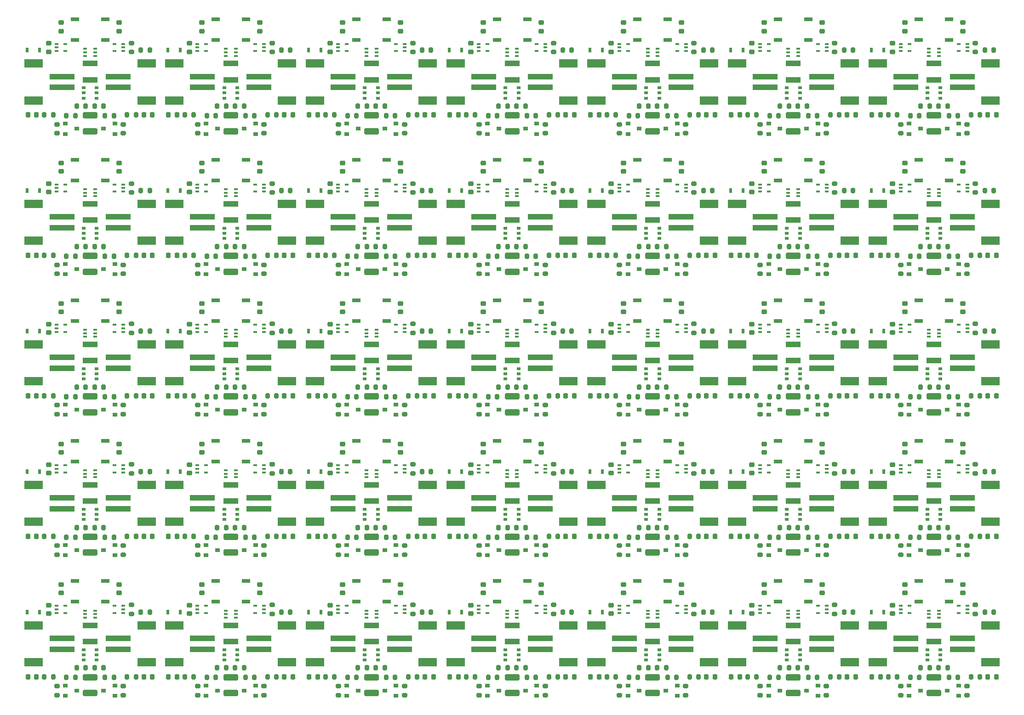
<source format=gtp>
%TF.GenerationSoftware,KiCad,Pcbnew,7.0.10*%
%TF.CreationDate,2024-03-13T10:51:02+00:00*%
%TF.ProjectId,SparkX_Soft_Power_Switch_panelized,53706172-6b58-45f5-936f-66745f506f77,v01*%
%TF.SameCoordinates,Original*%
%TF.FileFunction,Paste,Top*%
%TF.FilePolarity,Positive*%
%FSLAX46Y46*%
G04 Gerber Fmt 4.6, Leading zero omitted, Abs format (unit mm)*
G04 Created by KiCad (PCBNEW 7.0.10) date 2024-03-13 10:51:02*
%MOMM*%
%LPD*%
G01*
G04 APERTURE LIST*
G04 Aperture macros list*
%AMRoundRect*
0 Rectangle with rounded corners*
0 $1 Rounding radius*
0 $2 $3 $4 $5 $6 $7 $8 $9 X,Y pos of 4 corners*
0 Add a 4 corners polygon primitive as box body*
4,1,4,$2,$3,$4,$5,$6,$7,$8,$9,$2,$3,0*
0 Add four circle primitives for the rounded corners*
1,1,$1+$1,$2,$3*
1,1,$1+$1,$4,$5*
1,1,$1+$1,$6,$7*
1,1,$1+$1,$8,$9*
0 Add four rect primitives between the rounded corners*
20,1,$1+$1,$2,$3,$4,$5,0*
20,1,$1+$1,$4,$5,$6,$7,0*
20,1,$1+$1,$6,$7,$8,$9,0*
20,1,$1+$1,$8,$9,$2,$3,0*%
G04 Aperture macros list end*
%ADD10R,0.800000X0.550000*%
%ADD11R,0.700000X0.300000*%
%ADD12RoundRect,0.200000X-0.275000X0.200000X-0.275000X-0.200000X0.275000X-0.200000X0.275000X0.200000X0*%
%ADD13RoundRect,0.200000X-0.200000X-0.275000X0.200000X-0.275000X0.200000X0.275000X-0.200000X0.275000X0*%
%ADD14RoundRect,0.200000X0.275000X-0.200000X0.275000X0.200000X-0.275000X0.200000X-0.275000X-0.200000X0*%
%ADD15RoundRect,0.218750X0.218750X0.256250X-0.218750X0.256250X-0.218750X-0.256250X0.218750X-0.256250X0*%
%ADD16R,0.900000X0.800000*%
%ADD17R,4.600000X1.000000*%
%ADD18R,3.400000X1.600000*%
%ADD19RoundRect,0.200000X0.200000X0.275000X-0.200000X0.275000X-0.200000X-0.275000X0.200000X-0.275000X0*%
%ADD20RoundRect,0.225000X0.250000X-0.225000X0.250000X0.225000X-0.250000X0.225000X-0.250000X-0.225000X0*%
%ADD21R,0.660000X0.300000*%
%ADD22R,0.630000X0.830000*%
%ADD23RoundRect,0.218750X-0.218750X-0.256250X0.218750X-0.256250X0.218750X0.256250X-0.218750X0.256250X0*%
%ADD24R,1.524000X0.762000*%
%ADD25RoundRect,0.250000X-1.100000X0.325000X-1.100000X-0.325000X1.100000X-0.325000X1.100000X0.325000X0*%
%ADD26R,2.800000X1.000000*%
G04 APERTURE END LIST*
D10*
%TO.C,Q3*%
X11500000Y11618000D03*
X11500000Y10668000D03*
X11500000Y9718000D03*
X13900000Y9718000D03*
X13900000Y10668000D03*
X13900000Y11618000D03*
%TD*%
%TO.C,Q3*%
X63300000Y89318000D03*
X63300000Y88368000D03*
X63300000Y87418000D03*
X65700000Y87418000D03*
X65700000Y88368000D03*
X65700000Y89318000D03*
%TD*%
%TO.C,Q3*%
X89200000Y11618000D03*
X89200000Y10668000D03*
X89200000Y9718000D03*
X91600000Y9718000D03*
X91600000Y10668000D03*
X91600000Y11618000D03*
%TD*%
%TO.C,Q3*%
X89200000Y115218000D03*
X89200000Y114268000D03*
X89200000Y113318000D03*
X91600000Y113318000D03*
X91600000Y114268000D03*
X91600000Y115218000D03*
%TD*%
%TO.C,Q3*%
X115100000Y37518000D03*
X115100000Y36568000D03*
X115100000Y35618000D03*
X117500000Y35618000D03*
X117500000Y36568000D03*
X117500000Y37518000D03*
%TD*%
%TO.C,Q3*%
X63300000Y11618000D03*
X63300000Y10668000D03*
X63300000Y9718000D03*
X65700000Y9718000D03*
X65700000Y10668000D03*
X65700000Y11618000D03*
%TD*%
%TO.C,Q3*%
X89200000Y37518000D03*
X89200000Y36568000D03*
X89200000Y35618000D03*
X91600000Y35618000D03*
X91600000Y36568000D03*
X91600000Y37518000D03*
%TD*%
%TO.C,Q3*%
X63300000Y63418000D03*
X63300000Y62468000D03*
X63300000Y61518000D03*
X65700000Y61518000D03*
X65700000Y62468000D03*
X65700000Y63418000D03*
%TD*%
%TO.C,Q3*%
X11500000Y63418000D03*
X11500000Y62468000D03*
X11500000Y61518000D03*
X13900000Y61518000D03*
X13900000Y62468000D03*
X13900000Y63418000D03*
%TD*%
%TO.C,Q3*%
X11500000Y115218000D03*
X11500000Y114268000D03*
X11500000Y113318000D03*
X13900000Y113318000D03*
X13900000Y114268000D03*
X13900000Y115218000D03*
%TD*%
%TO.C,Q3*%
X37400000Y37518000D03*
X37400000Y36568000D03*
X37400000Y35618000D03*
X39800000Y35618000D03*
X39800000Y36568000D03*
X39800000Y37518000D03*
%TD*%
%TO.C,Q3*%
X37400000Y63418000D03*
X37400000Y62468000D03*
X37400000Y61518000D03*
X39800000Y61518000D03*
X39800000Y62468000D03*
X39800000Y63418000D03*
%TD*%
%TO.C,Q3*%
X37400000Y89318000D03*
X37400000Y88368000D03*
X37400000Y87418000D03*
X39800000Y87418000D03*
X39800000Y88368000D03*
X39800000Y89318000D03*
%TD*%
%TO.C,Q3*%
X37400000Y11618000D03*
X37400000Y10668000D03*
X37400000Y9718000D03*
X39800000Y9718000D03*
X39800000Y10668000D03*
X39800000Y11618000D03*
%TD*%
%TO.C,Q3*%
X37400000Y115218000D03*
X37400000Y114268000D03*
X37400000Y113318000D03*
X39800000Y113318000D03*
X39800000Y114268000D03*
X39800000Y115218000D03*
%TD*%
%TO.C,Q3*%
X11500000Y37518000D03*
X11500000Y36568000D03*
X11500000Y35618000D03*
X13900000Y35618000D03*
X13900000Y36568000D03*
X13900000Y37518000D03*
%TD*%
%TO.C,Q3*%
X11500000Y89318000D03*
X11500000Y88368000D03*
X11500000Y87418000D03*
X13900000Y87418000D03*
X13900000Y88368000D03*
X13900000Y89318000D03*
%TD*%
%TO.C,Q3*%
X63300000Y37518000D03*
X63300000Y36568000D03*
X63300000Y35618000D03*
X65700000Y35618000D03*
X65700000Y36568000D03*
X65700000Y37518000D03*
%TD*%
%TO.C,Q3*%
X63300000Y115218000D03*
X63300000Y114268000D03*
X63300000Y113318000D03*
X65700000Y113318000D03*
X65700000Y114268000D03*
X65700000Y115218000D03*
%TD*%
%TO.C,Q3*%
X89200000Y63418000D03*
X89200000Y62468000D03*
X89200000Y61518000D03*
X91600000Y61518000D03*
X91600000Y62468000D03*
X91600000Y63418000D03*
%TD*%
%TO.C,Q3*%
X89200000Y89318000D03*
X89200000Y88368000D03*
X89200000Y87418000D03*
X91600000Y87418000D03*
X91600000Y88368000D03*
X91600000Y89318000D03*
%TD*%
%TO.C,Q3*%
X115100000Y11618000D03*
X115100000Y10668000D03*
X115100000Y9718000D03*
X117500000Y9718000D03*
X117500000Y10668000D03*
X117500000Y11618000D03*
%TD*%
%TO.C,Q3*%
X166900000Y115218000D03*
X166900000Y114268000D03*
X166900000Y113318000D03*
X169300000Y113318000D03*
X169300000Y114268000D03*
X169300000Y115218000D03*
%TD*%
%TO.C,Q3*%
X141000000Y115218000D03*
X141000000Y114268000D03*
X141000000Y113318000D03*
X143400000Y113318000D03*
X143400000Y114268000D03*
X143400000Y115218000D03*
%TD*%
%TO.C,Q3*%
X166900000Y11618000D03*
X166900000Y10668000D03*
X166900000Y9718000D03*
X169300000Y9718000D03*
X169300000Y10668000D03*
X169300000Y11618000D03*
%TD*%
%TO.C,Q3*%
X115100000Y89318000D03*
X115100000Y88368000D03*
X115100000Y87418000D03*
X117500000Y87418000D03*
X117500000Y88368000D03*
X117500000Y89318000D03*
%TD*%
%TO.C,Q3*%
X115100000Y115218000D03*
X115100000Y114268000D03*
X115100000Y113318000D03*
X117500000Y113318000D03*
X117500000Y114268000D03*
X117500000Y115218000D03*
%TD*%
%TO.C,Q3*%
X115100000Y63418000D03*
X115100000Y62468000D03*
X115100000Y61518000D03*
X117500000Y61518000D03*
X117500000Y62468000D03*
X117500000Y63418000D03*
%TD*%
%TO.C,Q3*%
X141000000Y37518000D03*
X141000000Y36568000D03*
X141000000Y35618000D03*
X143400000Y35618000D03*
X143400000Y36568000D03*
X143400000Y37518000D03*
%TD*%
%TO.C,Q3*%
X141000000Y63418000D03*
X141000000Y62468000D03*
X141000000Y61518000D03*
X143400000Y61518000D03*
X143400000Y62468000D03*
X143400000Y63418000D03*
%TD*%
%TO.C,Q3*%
X166900000Y89318000D03*
X166900000Y88368000D03*
X166900000Y87418000D03*
X169300000Y87418000D03*
X169300000Y88368000D03*
X169300000Y89318000D03*
%TD*%
%TO.C,Q3*%
X166900000Y37518000D03*
X166900000Y36568000D03*
X166900000Y35618000D03*
X169300000Y35618000D03*
X169300000Y36568000D03*
X169300000Y37518000D03*
%TD*%
%TO.C,Q3*%
X141000000Y11618000D03*
X141000000Y10668000D03*
X141000000Y9718000D03*
X143400000Y9718000D03*
X143400000Y10668000D03*
X143400000Y11618000D03*
%TD*%
%TO.C,Q3*%
X141000000Y89318000D03*
X141000000Y88368000D03*
X141000000Y87418000D03*
X143400000Y87418000D03*
X143400000Y88368000D03*
X143400000Y89318000D03*
%TD*%
%TO.C,Q3*%
X166900000Y63418000D03*
X166900000Y62468000D03*
X166900000Y61518000D03*
X169300000Y61518000D03*
X169300000Y62468000D03*
X169300000Y63418000D03*
%TD*%
D11*
%TO.C,U2*%
X6566000Y19700000D03*
X6566000Y19050000D03*
X6566000Y18400000D03*
X8166000Y18400000D03*
X8166000Y19700000D03*
%TD*%
%TO.C,U2*%
X58366000Y123300000D03*
X58366000Y122650000D03*
X58366000Y122000000D03*
X59966000Y122000000D03*
X59966000Y123300000D03*
%TD*%
%TO.C,U2*%
X110166000Y97400000D03*
X110166000Y96750000D03*
X110166000Y96100000D03*
X111766000Y96100000D03*
X111766000Y97400000D03*
%TD*%
%TO.C,U2*%
X161966000Y19700000D03*
X161966000Y19050000D03*
X161966000Y18400000D03*
X163566000Y18400000D03*
X163566000Y19700000D03*
%TD*%
%TO.C,U2*%
X84266000Y45600000D03*
X84266000Y44950000D03*
X84266000Y44300000D03*
X85866000Y44300000D03*
X85866000Y45600000D03*
%TD*%
%TO.C,U2*%
X84266000Y97400000D03*
X84266000Y96750000D03*
X84266000Y96100000D03*
X85866000Y96100000D03*
X85866000Y97400000D03*
%TD*%
%TO.C,U2*%
X84266000Y19700000D03*
X84266000Y19050000D03*
X84266000Y18400000D03*
X85866000Y18400000D03*
X85866000Y19700000D03*
%TD*%
%TO.C,U2*%
X136066000Y45600000D03*
X136066000Y44950000D03*
X136066000Y44300000D03*
X137666000Y44300000D03*
X137666000Y45600000D03*
%TD*%
%TO.C,U2*%
X58366000Y97400000D03*
X58366000Y96750000D03*
X58366000Y96100000D03*
X59966000Y96100000D03*
X59966000Y97400000D03*
%TD*%
%TO.C,U2*%
X136066000Y19700000D03*
X136066000Y19050000D03*
X136066000Y18400000D03*
X137666000Y18400000D03*
X137666000Y19700000D03*
%TD*%
%TO.C,U2*%
X110166000Y123300000D03*
X110166000Y122650000D03*
X110166000Y122000000D03*
X111766000Y122000000D03*
X111766000Y123300000D03*
%TD*%
%TO.C,U2*%
X136066000Y71500000D03*
X136066000Y70850000D03*
X136066000Y70200000D03*
X137666000Y70200000D03*
X137666000Y71500000D03*
%TD*%
%TO.C,U2*%
X84266000Y71500000D03*
X84266000Y70850000D03*
X84266000Y70200000D03*
X85866000Y70200000D03*
X85866000Y71500000D03*
%TD*%
%TO.C,U2*%
X84266000Y123300000D03*
X84266000Y122650000D03*
X84266000Y122000000D03*
X85866000Y122000000D03*
X85866000Y123300000D03*
%TD*%
%TO.C,U2*%
X58366000Y71500000D03*
X58366000Y70850000D03*
X58366000Y70200000D03*
X59966000Y70200000D03*
X59966000Y71500000D03*
%TD*%
%TO.C,U2*%
X110166000Y45600000D03*
X110166000Y44950000D03*
X110166000Y44300000D03*
X111766000Y44300000D03*
X111766000Y45600000D03*
%TD*%
%TO.C,U2*%
X110166000Y71500000D03*
X110166000Y70850000D03*
X110166000Y70200000D03*
X111766000Y70200000D03*
X111766000Y71500000D03*
%TD*%
%TO.C,U2*%
X136066000Y97400000D03*
X136066000Y96750000D03*
X136066000Y96100000D03*
X137666000Y96100000D03*
X137666000Y97400000D03*
%TD*%
%TO.C,U2*%
X110166000Y19700000D03*
X110166000Y19050000D03*
X110166000Y18400000D03*
X111766000Y18400000D03*
X111766000Y19700000D03*
%TD*%
%TO.C,U2*%
X136066000Y123300000D03*
X136066000Y122650000D03*
X136066000Y122000000D03*
X137666000Y122000000D03*
X137666000Y123300000D03*
%TD*%
%TO.C,U2*%
X161966000Y123300000D03*
X161966000Y122650000D03*
X161966000Y122000000D03*
X163566000Y122000000D03*
X163566000Y123300000D03*
%TD*%
%TO.C,U2*%
X161966000Y71500000D03*
X161966000Y70850000D03*
X161966000Y70200000D03*
X163566000Y70200000D03*
X163566000Y71500000D03*
%TD*%
%TO.C,U2*%
X161966000Y45600000D03*
X161966000Y44950000D03*
X161966000Y44300000D03*
X163566000Y44300000D03*
X163566000Y45600000D03*
%TD*%
%TO.C,U2*%
X161966000Y97400000D03*
X161966000Y96750000D03*
X161966000Y96100000D03*
X163566000Y96100000D03*
X163566000Y97400000D03*
%TD*%
%TO.C,U2*%
X32466000Y19700000D03*
X32466000Y19050000D03*
X32466000Y18400000D03*
X34066000Y18400000D03*
X34066000Y19700000D03*
%TD*%
%TO.C,U2*%
X32466000Y71500000D03*
X32466000Y70850000D03*
X32466000Y70200000D03*
X34066000Y70200000D03*
X34066000Y71500000D03*
%TD*%
%TO.C,U2*%
X6566000Y123300000D03*
X6566000Y122650000D03*
X6566000Y122000000D03*
X8166000Y122000000D03*
X8166000Y123300000D03*
%TD*%
%TO.C,U2*%
X32466000Y123300000D03*
X32466000Y122650000D03*
X32466000Y122000000D03*
X34066000Y122000000D03*
X34066000Y123300000D03*
%TD*%
%TO.C,U2*%
X58366000Y19700000D03*
X58366000Y19050000D03*
X58366000Y18400000D03*
X59966000Y18400000D03*
X59966000Y19700000D03*
%TD*%
%TO.C,U2*%
X58366000Y45600000D03*
X58366000Y44950000D03*
X58366000Y44300000D03*
X59966000Y44300000D03*
X59966000Y45600000D03*
%TD*%
%TO.C,U2*%
X6566000Y45600000D03*
X6566000Y44950000D03*
X6566000Y44300000D03*
X8166000Y44300000D03*
X8166000Y45600000D03*
%TD*%
%TO.C,U2*%
X6566000Y71500000D03*
X6566000Y70850000D03*
X6566000Y70200000D03*
X8166000Y70200000D03*
X8166000Y71500000D03*
%TD*%
%TO.C,U2*%
X6566000Y97400000D03*
X6566000Y96750000D03*
X6566000Y96100000D03*
X8166000Y96100000D03*
X8166000Y97400000D03*
%TD*%
%TO.C,U2*%
X32466000Y45600000D03*
X32466000Y44950000D03*
X32466000Y44300000D03*
X34066000Y44300000D03*
X34066000Y45600000D03*
%TD*%
%TO.C,U2*%
X32466000Y97400000D03*
X32466000Y96750000D03*
X32466000Y96100000D03*
X34066000Y96100000D03*
X34066000Y97400000D03*
%TD*%
D12*
%TO.C,R8*%
X18796000Y4889000D03*
X18796000Y3239000D03*
%TD*%
%TO.C,R8*%
X18796000Y30789000D03*
X18796000Y29139000D03*
%TD*%
%TO.C,R8*%
X18796000Y82589000D03*
X18796000Y80939000D03*
%TD*%
%TO.C,R8*%
X18796000Y108489000D03*
X18796000Y106839000D03*
%TD*%
%TO.C,R8*%
X44696000Y4889000D03*
X44696000Y3239000D03*
%TD*%
%TO.C,R8*%
X18796000Y56689000D03*
X18796000Y55039000D03*
%TD*%
%TO.C,R8*%
X44696000Y30789000D03*
X44696000Y29139000D03*
%TD*%
%TO.C,R8*%
X44696000Y56689000D03*
X44696000Y55039000D03*
%TD*%
%TO.C,R8*%
X148296000Y108489000D03*
X148296000Y106839000D03*
%TD*%
%TO.C,R8*%
X44696000Y108489000D03*
X44696000Y106839000D03*
%TD*%
%TO.C,R8*%
X70596000Y4889000D03*
X70596000Y3239000D03*
%TD*%
%TO.C,R8*%
X70596000Y82589000D03*
X70596000Y80939000D03*
%TD*%
%TO.C,R8*%
X96496000Y4889000D03*
X96496000Y3239000D03*
%TD*%
%TO.C,R8*%
X96496000Y82589000D03*
X96496000Y80939000D03*
%TD*%
%TO.C,R8*%
X122396000Y4889000D03*
X122396000Y3239000D03*
%TD*%
%TO.C,R8*%
X70596000Y108489000D03*
X70596000Y106839000D03*
%TD*%
%TO.C,R8*%
X122396000Y82589000D03*
X122396000Y80939000D03*
%TD*%
%TO.C,R8*%
X44696000Y82589000D03*
X44696000Y80939000D03*
%TD*%
%TO.C,R8*%
X122396000Y108489000D03*
X122396000Y106839000D03*
%TD*%
%TO.C,R8*%
X70596000Y56689000D03*
X70596000Y55039000D03*
%TD*%
%TO.C,R8*%
X96496000Y56689000D03*
X96496000Y55039000D03*
%TD*%
%TO.C,R8*%
X122396000Y30789000D03*
X122396000Y29139000D03*
%TD*%
%TO.C,R8*%
X96496000Y30789000D03*
X96496000Y29139000D03*
%TD*%
%TO.C,R8*%
X70596000Y30789000D03*
X70596000Y29139000D03*
%TD*%
%TO.C,R8*%
X148296000Y4889000D03*
X148296000Y3239000D03*
%TD*%
%TO.C,R8*%
X96496000Y108489000D03*
X96496000Y106839000D03*
%TD*%
%TO.C,R8*%
X122396000Y56689000D03*
X122396000Y55039000D03*
%TD*%
%TO.C,R8*%
X148296000Y30789000D03*
X148296000Y29139000D03*
%TD*%
%TO.C,R8*%
X148296000Y82589000D03*
X148296000Y80939000D03*
%TD*%
%TO.C,R8*%
X148296000Y56689000D03*
X148296000Y55039000D03*
%TD*%
%TO.C,R8*%
X174196000Y30789000D03*
X174196000Y29139000D03*
%TD*%
%TO.C,R8*%
X174196000Y56689000D03*
X174196000Y55039000D03*
%TD*%
%TO.C,R8*%
X174196000Y82589000D03*
X174196000Y80939000D03*
%TD*%
%TO.C,R8*%
X174196000Y108489000D03*
X174196000Y106839000D03*
%TD*%
%TO.C,R8*%
X174196000Y4889000D03*
X174196000Y3239000D03*
%TD*%
D13*
%TO.C,R4*%
X19495000Y6604000D03*
X21145000Y6604000D03*
%TD*%
%TO.C,R4*%
X45395000Y84304000D03*
X47045000Y84304000D03*
%TD*%
%TO.C,R4*%
X71295000Y84304000D03*
X72945000Y84304000D03*
%TD*%
%TO.C,R4*%
X97195000Y32504000D03*
X98845000Y32504000D03*
%TD*%
%TO.C,R4*%
X19495000Y32504000D03*
X21145000Y32504000D03*
%TD*%
%TO.C,R4*%
X123095000Y6604000D03*
X124745000Y6604000D03*
%TD*%
%TO.C,R4*%
X123095000Y58404000D03*
X124745000Y58404000D03*
%TD*%
%TO.C,R4*%
X45395000Y58404000D03*
X47045000Y58404000D03*
%TD*%
%TO.C,R4*%
X19495000Y84304000D03*
X21145000Y84304000D03*
%TD*%
%TO.C,R4*%
X45395000Y32504000D03*
X47045000Y32504000D03*
%TD*%
%TO.C,R4*%
X71295000Y110204000D03*
X72945000Y110204000D03*
%TD*%
%TO.C,R4*%
X97195000Y58404000D03*
X98845000Y58404000D03*
%TD*%
%TO.C,R4*%
X45395000Y6604000D03*
X47045000Y6604000D03*
%TD*%
%TO.C,R4*%
X45395000Y110204000D03*
X47045000Y110204000D03*
%TD*%
%TO.C,R4*%
X19495000Y58404000D03*
X21145000Y58404000D03*
%TD*%
%TO.C,R4*%
X19495000Y110204000D03*
X21145000Y110204000D03*
%TD*%
%TO.C,R4*%
X71295000Y6604000D03*
X72945000Y6604000D03*
%TD*%
%TO.C,R4*%
X71295000Y32504000D03*
X72945000Y32504000D03*
%TD*%
%TO.C,R4*%
X71295000Y58404000D03*
X72945000Y58404000D03*
%TD*%
%TO.C,R4*%
X97195000Y6604000D03*
X98845000Y6604000D03*
%TD*%
%TO.C,R4*%
X97195000Y84304000D03*
X98845000Y84304000D03*
%TD*%
%TO.C,R4*%
X97195000Y110204000D03*
X98845000Y110204000D03*
%TD*%
%TO.C,R4*%
X123095000Y32504000D03*
X124745000Y32504000D03*
%TD*%
%TO.C,R4*%
X148995000Y58404000D03*
X150645000Y58404000D03*
%TD*%
%TO.C,R4*%
X148995000Y110204000D03*
X150645000Y110204000D03*
%TD*%
%TO.C,R4*%
X174895000Y110204000D03*
X176545000Y110204000D03*
%TD*%
%TO.C,R4*%
X123095000Y110204000D03*
X124745000Y110204000D03*
%TD*%
%TO.C,R4*%
X123095000Y84304000D03*
X124745000Y84304000D03*
%TD*%
%TO.C,R4*%
X148995000Y32504000D03*
X150645000Y32504000D03*
%TD*%
%TO.C,R4*%
X148995000Y6604000D03*
X150645000Y6604000D03*
%TD*%
%TO.C,R4*%
X148995000Y84304000D03*
X150645000Y84304000D03*
%TD*%
%TO.C,R4*%
X174895000Y32504000D03*
X176545000Y32504000D03*
%TD*%
%TO.C,R4*%
X174895000Y58404000D03*
X176545000Y58404000D03*
%TD*%
%TO.C,R4*%
X174895000Y6604000D03*
X176545000Y6604000D03*
%TD*%
%TO.C,R4*%
X174895000Y84304000D03*
X176545000Y84304000D03*
%TD*%
D14*
%TO.C,R1*%
X20320000Y18225000D03*
X20320000Y19875000D03*
%TD*%
%TO.C,R1*%
X20320000Y95925000D03*
X20320000Y97575000D03*
%TD*%
%TO.C,R1*%
X20320000Y44125000D03*
X20320000Y45775000D03*
%TD*%
%TO.C,R1*%
X20320000Y70025000D03*
X20320000Y71675000D03*
%TD*%
%TO.C,R1*%
X98020000Y18225000D03*
X98020000Y19875000D03*
%TD*%
%TO.C,R1*%
X46220000Y18225000D03*
X46220000Y19875000D03*
%TD*%
%TO.C,R1*%
X123920000Y95925000D03*
X123920000Y97575000D03*
%TD*%
%TO.C,R1*%
X72120000Y44125000D03*
X72120000Y45775000D03*
%TD*%
%TO.C,R1*%
X72120000Y18225000D03*
X72120000Y19875000D03*
%TD*%
%TO.C,R1*%
X98020000Y44125000D03*
X98020000Y45775000D03*
%TD*%
%TO.C,R1*%
X72120000Y70025000D03*
X72120000Y71675000D03*
%TD*%
%TO.C,R1*%
X98020000Y95925000D03*
X98020000Y97575000D03*
%TD*%
%TO.C,R1*%
X175720000Y70025000D03*
X175720000Y71675000D03*
%TD*%
%TO.C,R1*%
X175720000Y121825000D03*
X175720000Y123475000D03*
%TD*%
%TO.C,R1*%
X72120000Y121825000D03*
X72120000Y123475000D03*
%TD*%
%TO.C,R1*%
X149820000Y70025000D03*
X149820000Y71675000D03*
%TD*%
%TO.C,R1*%
X46220000Y70025000D03*
X46220000Y71675000D03*
%TD*%
%TO.C,R1*%
X149820000Y18225000D03*
X149820000Y19875000D03*
%TD*%
%TO.C,R1*%
X46220000Y44125000D03*
X46220000Y45775000D03*
%TD*%
%TO.C,R1*%
X123920000Y44125000D03*
X123920000Y45775000D03*
%TD*%
%TO.C,R1*%
X46220000Y121825000D03*
X46220000Y123475000D03*
%TD*%
%TO.C,R1*%
X98020000Y70025000D03*
X98020000Y71675000D03*
%TD*%
%TO.C,R1*%
X20320000Y121825000D03*
X20320000Y123475000D03*
%TD*%
%TO.C,R1*%
X123920000Y18225000D03*
X123920000Y19875000D03*
%TD*%
%TO.C,R1*%
X72120000Y95925000D03*
X72120000Y97575000D03*
%TD*%
%TO.C,R1*%
X46220000Y95925000D03*
X46220000Y97575000D03*
%TD*%
%TO.C,R1*%
X98020000Y121825000D03*
X98020000Y123475000D03*
%TD*%
%TO.C,R1*%
X123920000Y70025000D03*
X123920000Y71675000D03*
%TD*%
%TO.C,R1*%
X123920000Y121825000D03*
X123920000Y123475000D03*
%TD*%
%TO.C,R1*%
X149820000Y44125000D03*
X149820000Y45775000D03*
%TD*%
%TO.C,R1*%
X149820000Y95925000D03*
X149820000Y97575000D03*
%TD*%
%TO.C,R1*%
X149820000Y121825000D03*
X149820000Y123475000D03*
%TD*%
%TO.C,R1*%
X175720000Y18225000D03*
X175720000Y19875000D03*
%TD*%
%TO.C,R1*%
X175720000Y44125000D03*
X175720000Y45775000D03*
%TD*%
%TO.C,R1*%
X175720000Y95925000D03*
X175720000Y97575000D03*
%TD*%
D15*
%TO.C,D3*%
X24155500Y6604000D03*
X22580500Y6604000D03*
%TD*%
%TO.C,D3*%
X24155500Y58404000D03*
X22580500Y58404000D03*
%TD*%
%TO.C,D3*%
X24155500Y32504000D03*
X22580500Y32504000D03*
%TD*%
%TO.C,D3*%
X101855500Y110204000D03*
X100280500Y110204000D03*
%TD*%
%TO.C,D3*%
X75955500Y32504000D03*
X74380500Y32504000D03*
%TD*%
%TO.C,D3*%
X50055500Y110204000D03*
X48480500Y110204000D03*
%TD*%
%TO.C,D3*%
X75955500Y58404000D03*
X74380500Y58404000D03*
%TD*%
%TO.C,D3*%
X24155500Y110204000D03*
X22580500Y110204000D03*
%TD*%
%TO.C,D3*%
X75955500Y6604000D03*
X74380500Y6604000D03*
%TD*%
%TO.C,D3*%
X75955500Y110204000D03*
X74380500Y110204000D03*
%TD*%
%TO.C,D3*%
X101855500Y32504000D03*
X100280500Y32504000D03*
%TD*%
%TO.C,D3*%
X179555500Y58404000D03*
X177980500Y58404000D03*
%TD*%
%TO.C,D3*%
X50055500Y84304000D03*
X48480500Y84304000D03*
%TD*%
%TO.C,D3*%
X101855500Y84304000D03*
X100280500Y84304000D03*
%TD*%
%TO.C,D3*%
X50055500Y6604000D03*
X48480500Y6604000D03*
%TD*%
%TO.C,D3*%
X50055500Y58404000D03*
X48480500Y58404000D03*
%TD*%
%TO.C,D3*%
X24155500Y84304000D03*
X22580500Y84304000D03*
%TD*%
%TO.C,D3*%
X50055500Y32504000D03*
X48480500Y32504000D03*
%TD*%
%TO.C,D3*%
X75955500Y84304000D03*
X74380500Y84304000D03*
%TD*%
%TO.C,D3*%
X101855500Y6604000D03*
X100280500Y6604000D03*
%TD*%
%TO.C,D3*%
X101855500Y58404000D03*
X100280500Y58404000D03*
%TD*%
%TO.C,D3*%
X127755500Y32504000D03*
X126180500Y32504000D03*
%TD*%
%TO.C,D3*%
X127755500Y58404000D03*
X126180500Y58404000D03*
%TD*%
%TO.C,D3*%
X127755500Y84304000D03*
X126180500Y84304000D03*
%TD*%
%TO.C,D3*%
X127755500Y110204000D03*
X126180500Y110204000D03*
%TD*%
%TO.C,D3*%
X153655500Y32504000D03*
X152080500Y32504000D03*
%TD*%
%TO.C,D3*%
X153655500Y6604000D03*
X152080500Y6604000D03*
%TD*%
%TO.C,D3*%
X153655500Y84304000D03*
X152080500Y84304000D03*
%TD*%
%TO.C,D3*%
X127755500Y6604000D03*
X126180500Y6604000D03*
%TD*%
%TO.C,D3*%
X179555500Y6604000D03*
X177980500Y6604000D03*
%TD*%
%TO.C,D3*%
X153655500Y58404000D03*
X152080500Y58404000D03*
%TD*%
%TO.C,D3*%
X153655500Y110204000D03*
X152080500Y110204000D03*
%TD*%
%TO.C,D3*%
X179555500Y32504000D03*
X177980500Y32504000D03*
%TD*%
%TO.C,D3*%
X179555500Y110204000D03*
X177980500Y110204000D03*
%TD*%
%TO.C,D3*%
X179555500Y84304000D03*
X177980500Y84304000D03*
%TD*%
D16*
%TO.C,Q1*%
X8144000Y5014000D03*
X8144000Y3114000D03*
X10244000Y4064000D03*
%TD*%
%TO.C,Q1*%
X8144000Y30914000D03*
X8144000Y29014000D03*
X10244000Y29964000D03*
%TD*%
%TO.C,Q1*%
X8144000Y56814000D03*
X8144000Y54914000D03*
X10244000Y55864000D03*
%TD*%
%TO.C,Q1*%
X8144000Y82714000D03*
X8144000Y80814000D03*
X10244000Y81764000D03*
%TD*%
%TO.C,Q1*%
X8144000Y108614000D03*
X8144000Y106714000D03*
X10244000Y107664000D03*
%TD*%
%TO.C,Q1*%
X34044000Y5014000D03*
X34044000Y3114000D03*
X36144000Y4064000D03*
%TD*%
%TO.C,Q1*%
X34044000Y30914000D03*
X34044000Y29014000D03*
X36144000Y29964000D03*
%TD*%
%TO.C,Q1*%
X34044000Y56814000D03*
X34044000Y54914000D03*
X36144000Y55864000D03*
%TD*%
%TO.C,Q1*%
X34044000Y82714000D03*
X34044000Y80814000D03*
X36144000Y81764000D03*
%TD*%
%TO.C,Q1*%
X59944000Y5014000D03*
X59944000Y3114000D03*
X62044000Y4064000D03*
%TD*%
%TO.C,Q1*%
X59944000Y30914000D03*
X59944000Y29014000D03*
X62044000Y29964000D03*
%TD*%
%TO.C,Q1*%
X34044000Y108614000D03*
X34044000Y106714000D03*
X36144000Y107664000D03*
%TD*%
%TO.C,Q1*%
X85844000Y82714000D03*
X85844000Y80814000D03*
X87944000Y81764000D03*
%TD*%
%TO.C,Q1*%
X111744000Y82714000D03*
X111744000Y80814000D03*
X113844000Y81764000D03*
%TD*%
%TO.C,Q1*%
X163544000Y5014000D03*
X163544000Y3114000D03*
X165644000Y4064000D03*
%TD*%
%TO.C,Q1*%
X59944000Y56814000D03*
X59944000Y54914000D03*
X62044000Y55864000D03*
%TD*%
%TO.C,Q1*%
X85844000Y5014000D03*
X85844000Y3114000D03*
X87944000Y4064000D03*
%TD*%
%TO.C,Q1*%
X85844000Y30914000D03*
X85844000Y29014000D03*
X87944000Y29964000D03*
%TD*%
%TO.C,Q1*%
X111744000Y108614000D03*
X111744000Y106714000D03*
X113844000Y107664000D03*
%TD*%
%TO.C,Q1*%
X137644000Y5014000D03*
X137644000Y3114000D03*
X139744000Y4064000D03*
%TD*%
%TO.C,Q1*%
X137644000Y56814000D03*
X137644000Y54914000D03*
X139744000Y55864000D03*
%TD*%
%TO.C,Q1*%
X59944000Y108614000D03*
X59944000Y106714000D03*
X62044000Y107664000D03*
%TD*%
%TO.C,Q1*%
X85844000Y56814000D03*
X85844000Y54914000D03*
X87944000Y55864000D03*
%TD*%
%TO.C,Q1*%
X137644000Y82714000D03*
X137644000Y80814000D03*
X139744000Y81764000D03*
%TD*%
%TO.C,Q1*%
X137644000Y108614000D03*
X137644000Y106714000D03*
X139744000Y107664000D03*
%TD*%
%TO.C,Q1*%
X111744000Y5014000D03*
X111744000Y3114000D03*
X113844000Y4064000D03*
%TD*%
%TO.C,Q1*%
X59944000Y82714000D03*
X59944000Y80814000D03*
X62044000Y81764000D03*
%TD*%
%TO.C,Q1*%
X85844000Y108614000D03*
X85844000Y106714000D03*
X87944000Y107664000D03*
%TD*%
%TO.C,Q1*%
X111744000Y30914000D03*
X111744000Y29014000D03*
X113844000Y29964000D03*
%TD*%
%TO.C,Q1*%
X111744000Y56814000D03*
X111744000Y54914000D03*
X113844000Y55864000D03*
%TD*%
%TO.C,Q1*%
X163544000Y56814000D03*
X163544000Y54914000D03*
X165644000Y55864000D03*
%TD*%
%TO.C,Q1*%
X137644000Y30914000D03*
X137644000Y29014000D03*
X139744000Y29964000D03*
%TD*%
%TO.C,Q1*%
X163544000Y108614000D03*
X163544000Y106714000D03*
X165644000Y107664000D03*
%TD*%
%TO.C,Q1*%
X163544000Y30914000D03*
X163544000Y29014000D03*
X165644000Y29964000D03*
%TD*%
%TO.C,Q1*%
X163544000Y82714000D03*
X163544000Y80814000D03*
X165644000Y81764000D03*
%TD*%
D12*
%TO.C,R6*%
X6604000Y4889000D03*
X6604000Y3239000D03*
%TD*%
%TO.C,R6*%
X58404000Y108489000D03*
X58404000Y106839000D03*
%TD*%
%TO.C,R6*%
X32504000Y30789000D03*
X32504000Y29139000D03*
%TD*%
%TO.C,R6*%
X32504000Y108489000D03*
X32504000Y106839000D03*
%TD*%
%TO.C,R6*%
X32504000Y56689000D03*
X32504000Y55039000D03*
%TD*%
%TO.C,R6*%
X32504000Y82589000D03*
X32504000Y80939000D03*
%TD*%
%TO.C,R6*%
X110204000Y56689000D03*
X110204000Y55039000D03*
%TD*%
%TO.C,R6*%
X6604000Y56689000D03*
X6604000Y55039000D03*
%TD*%
%TO.C,R6*%
X6604000Y82589000D03*
X6604000Y80939000D03*
%TD*%
%TO.C,R6*%
X32504000Y4889000D03*
X32504000Y3239000D03*
%TD*%
%TO.C,R6*%
X58404000Y56689000D03*
X58404000Y55039000D03*
%TD*%
%TO.C,R6*%
X58404000Y30789000D03*
X58404000Y29139000D03*
%TD*%
%TO.C,R6*%
X6604000Y30789000D03*
X6604000Y29139000D03*
%TD*%
%TO.C,R6*%
X6604000Y108489000D03*
X6604000Y106839000D03*
%TD*%
%TO.C,R6*%
X58404000Y4889000D03*
X58404000Y3239000D03*
%TD*%
%TO.C,R6*%
X58404000Y82589000D03*
X58404000Y80939000D03*
%TD*%
%TO.C,R6*%
X84304000Y4889000D03*
X84304000Y3239000D03*
%TD*%
%TO.C,R6*%
X84304000Y30789000D03*
X84304000Y29139000D03*
%TD*%
%TO.C,R6*%
X84304000Y56689000D03*
X84304000Y55039000D03*
%TD*%
%TO.C,R6*%
X84304000Y82589000D03*
X84304000Y80939000D03*
%TD*%
%TO.C,R6*%
X84304000Y108489000D03*
X84304000Y106839000D03*
%TD*%
%TO.C,R6*%
X110204000Y4889000D03*
X110204000Y3239000D03*
%TD*%
%TO.C,R6*%
X110204000Y30789000D03*
X110204000Y29139000D03*
%TD*%
%TO.C,R6*%
X136104000Y108489000D03*
X136104000Y106839000D03*
%TD*%
%TO.C,R6*%
X136104000Y82589000D03*
X136104000Y80939000D03*
%TD*%
%TO.C,R6*%
X162004000Y56689000D03*
X162004000Y55039000D03*
%TD*%
%TO.C,R6*%
X110204000Y82589000D03*
X110204000Y80939000D03*
%TD*%
%TO.C,R6*%
X136104000Y4889000D03*
X136104000Y3239000D03*
%TD*%
%TO.C,R6*%
X136104000Y56689000D03*
X136104000Y55039000D03*
%TD*%
%TO.C,R6*%
X162004000Y108489000D03*
X162004000Y106839000D03*
%TD*%
%TO.C,R6*%
X136104000Y30789000D03*
X136104000Y29139000D03*
%TD*%
%TO.C,R6*%
X162004000Y4889000D03*
X162004000Y3239000D03*
%TD*%
%TO.C,R6*%
X110204000Y108489000D03*
X110204000Y106839000D03*
%TD*%
%TO.C,R6*%
X162004000Y30789000D03*
X162004000Y29139000D03*
%TD*%
%TO.C,R6*%
X162004000Y82589000D03*
X162004000Y80939000D03*
%TD*%
D17*
%TO.C,J2*%
X17890000Y13700000D03*
X17890000Y11700000D03*
D18*
X23090000Y16100000D03*
X23090000Y9300000D03*
%TD*%
D17*
%TO.C,J2*%
X17890000Y91400000D03*
X17890000Y89400000D03*
D18*
X23090000Y93800000D03*
X23090000Y87000000D03*
%TD*%
D17*
%TO.C,J2*%
X43790000Y91400000D03*
X43790000Y89400000D03*
D18*
X48990000Y93800000D03*
X48990000Y87000000D03*
%TD*%
D17*
%TO.C,J2*%
X43790000Y13700000D03*
X43790000Y11700000D03*
D18*
X48990000Y16100000D03*
X48990000Y9300000D03*
%TD*%
D17*
%TO.C,J2*%
X69690000Y39600000D03*
X69690000Y37600000D03*
D18*
X74890000Y42000000D03*
X74890000Y35200000D03*
%TD*%
D17*
%TO.C,J2*%
X69690000Y91400000D03*
X69690000Y89400000D03*
D18*
X74890000Y93800000D03*
X74890000Y87000000D03*
%TD*%
D17*
%TO.C,J2*%
X95590000Y13700000D03*
X95590000Y11700000D03*
D18*
X100790000Y16100000D03*
X100790000Y9300000D03*
%TD*%
D17*
%TO.C,J2*%
X95590000Y117300000D03*
X95590000Y115300000D03*
D18*
X100790000Y119700000D03*
X100790000Y112900000D03*
%TD*%
D17*
%TO.C,J2*%
X69690000Y117300000D03*
X69690000Y115300000D03*
D18*
X74890000Y119700000D03*
X74890000Y112900000D03*
%TD*%
D17*
%TO.C,J2*%
X43790000Y65500000D03*
X43790000Y63500000D03*
D18*
X48990000Y67900000D03*
X48990000Y61100000D03*
%TD*%
D17*
%TO.C,J2*%
X17890000Y39600000D03*
X17890000Y37600000D03*
D18*
X23090000Y42000000D03*
X23090000Y35200000D03*
%TD*%
D17*
%TO.C,J2*%
X17890000Y65500000D03*
X17890000Y63500000D03*
D18*
X23090000Y67900000D03*
X23090000Y61100000D03*
%TD*%
D17*
%TO.C,J2*%
X17890000Y117300000D03*
X17890000Y115300000D03*
D18*
X23090000Y119700000D03*
X23090000Y112900000D03*
%TD*%
D17*
%TO.C,J2*%
X43790000Y39600000D03*
X43790000Y37600000D03*
D18*
X48990000Y42000000D03*
X48990000Y35200000D03*
%TD*%
D17*
%TO.C,J2*%
X69690000Y13700000D03*
X69690000Y11700000D03*
D18*
X74890000Y16100000D03*
X74890000Y9300000D03*
%TD*%
D17*
%TO.C,J2*%
X43790000Y117300000D03*
X43790000Y115300000D03*
D18*
X48990000Y119700000D03*
X48990000Y112900000D03*
%TD*%
D17*
%TO.C,J2*%
X69690000Y65500000D03*
X69690000Y63500000D03*
D18*
X74890000Y67900000D03*
X74890000Y61100000D03*
%TD*%
D17*
%TO.C,J2*%
X95590000Y39600000D03*
X95590000Y37600000D03*
D18*
X100790000Y42000000D03*
X100790000Y35200000D03*
%TD*%
D17*
%TO.C,J2*%
X95590000Y65500000D03*
X95590000Y63500000D03*
D18*
X100790000Y67900000D03*
X100790000Y61100000D03*
%TD*%
D17*
%TO.C,J2*%
X95590000Y91400000D03*
X95590000Y89400000D03*
D18*
X100790000Y93800000D03*
X100790000Y87000000D03*
%TD*%
D17*
%TO.C,J2*%
X121490000Y13700000D03*
X121490000Y11700000D03*
D18*
X126690000Y16100000D03*
X126690000Y9300000D03*
%TD*%
D17*
%TO.C,J2*%
X121490000Y39600000D03*
X121490000Y37600000D03*
D18*
X126690000Y42000000D03*
X126690000Y35200000D03*
%TD*%
D17*
%TO.C,J2*%
X121490000Y65500000D03*
X121490000Y63500000D03*
D18*
X126690000Y67900000D03*
X126690000Y61100000D03*
%TD*%
D17*
%TO.C,J2*%
X121490000Y91400000D03*
X121490000Y89400000D03*
D18*
X126690000Y93800000D03*
X126690000Y87000000D03*
%TD*%
D17*
%TO.C,J2*%
X173290000Y13700000D03*
X173290000Y11700000D03*
D18*
X178490000Y16100000D03*
X178490000Y9300000D03*
%TD*%
D17*
%TO.C,J2*%
X147390000Y65500000D03*
X147390000Y63500000D03*
D18*
X152590000Y67900000D03*
X152590000Y61100000D03*
%TD*%
D17*
%TO.C,J2*%
X121490000Y117300000D03*
X121490000Y115300000D03*
D18*
X126690000Y119700000D03*
X126690000Y112900000D03*
%TD*%
D17*
%TO.C,J2*%
X147390000Y91400000D03*
X147390000Y89400000D03*
D18*
X152590000Y93800000D03*
X152590000Y87000000D03*
%TD*%
D17*
%TO.C,J2*%
X147390000Y13700000D03*
X147390000Y11700000D03*
D18*
X152590000Y16100000D03*
X152590000Y9300000D03*
%TD*%
D17*
%TO.C,J2*%
X147390000Y117300000D03*
X147390000Y115300000D03*
D18*
X152590000Y119700000D03*
X152590000Y112900000D03*
%TD*%
D17*
%TO.C,J2*%
X147390000Y39600000D03*
X147390000Y37600000D03*
D18*
X152590000Y42000000D03*
X152590000Y35200000D03*
%TD*%
D17*
%TO.C,J2*%
X173290000Y65500000D03*
X173290000Y63500000D03*
D18*
X178490000Y67900000D03*
X178490000Y61100000D03*
%TD*%
D17*
%TO.C,J2*%
X173290000Y39600000D03*
X173290000Y37600000D03*
D18*
X178490000Y42000000D03*
X178490000Y35200000D03*
%TD*%
D17*
%TO.C,J2*%
X173290000Y91400000D03*
X173290000Y89400000D03*
D18*
X178490000Y93800000D03*
X178490000Y87000000D03*
%TD*%
D17*
%TO.C,J2*%
X173290000Y117300000D03*
X173290000Y115300000D03*
D18*
X178490000Y119700000D03*
X178490000Y112900000D03*
%TD*%
D19*
%TO.C,R3*%
X5905000Y6604000D03*
X4255000Y6604000D03*
%TD*%
%TO.C,R3*%
X5905000Y84304000D03*
X4255000Y84304000D03*
%TD*%
%TO.C,R3*%
X57705000Y32504000D03*
X56055000Y32504000D03*
%TD*%
%TO.C,R3*%
X57705000Y84304000D03*
X56055000Y84304000D03*
%TD*%
%TO.C,R3*%
X31805000Y32504000D03*
X30155000Y32504000D03*
%TD*%
%TO.C,R3*%
X31805000Y110204000D03*
X30155000Y110204000D03*
%TD*%
%TO.C,R3*%
X5905000Y58404000D03*
X4255000Y58404000D03*
%TD*%
%TO.C,R3*%
X5905000Y32504000D03*
X4255000Y32504000D03*
%TD*%
%TO.C,R3*%
X31805000Y6604000D03*
X30155000Y6604000D03*
%TD*%
%TO.C,R3*%
X57705000Y6604000D03*
X56055000Y6604000D03*
%TD*%
%TO.C,R3*%
X5905000Y110204000D03*
X4255000Y110204000D03*
%TD*%
%TO.C,R3*%
X31805000Y84304000D03*
X30155000Y84304000D03*
%TD*%
%TO.C,R3*%
X31805000Y58404000D03*
X30155000Y58404000D03*
%TD*%
%TO.C,R3*%
X57705000Y58404000D03*
X56055000Y58404000D03*
%TD*%
%TO.C,R3*%
X135405000Y58404000D03*
X133755000Y58404000D03*
%TD*%
%TO.C,R3*%
X83605000Y58404000D03*
X81955000Y58404000D03*
%TD*%
%TO.C,R3*%
X161305000Y110204000D03*
X159655000Y110204000D03*
%TD*%
%TO.C,R3*%
X109505000Y32504000D03*
X107855000Y32504000D03*
%TD*%
%TO.C,R3*%
X57705000Y110204000D03*
X56055000Y110204000D03*
%TD*%
%TO.C,R3*%
X83605000Y6604000D03*
X81955000Y6604000D03*
%TD*%
%TO.C,R3*%
X135405000Y32504000D03*
X133755000Y32504000D03*
%TD*%
%TO.C,R3*%
X109505000Y58404000D03*
X107855000Y58404000D03*
%TD*%
%TO.C,R3*%
X83605000Y110204000D03*
X81955000Y110204000D03*
%TD*%
%TO.C,R3*%
X161305000Y84304000D03*
X159655000Y84304000D03*
%TD*%
%TO.C,R3*%
X109505000Y84304000D03*
X107855000Y84304000D03*
%TD*%
%TO.C,R3*%
X109505000Y110204000D03*
X107855000Y110204000D03*
%TD*%
%TO.C,R3*%
X135405000Y110204000D03*
X133755000Y110204000D03*
%TD*%
%TO.C,R3*%
X161305000Y32504000D03*
X159655000Y32504000D03*
%TD*%
%TO.C,R3*%
X161305000Y58404000D03*
X159655000Y58404000D03*
%TD*%
%TO.C,R3*%
X83605000Y32504000D03*
X81955000Y32504000D03*
%TD*%
%TO.C,R3*%
X135405000Y6604000D03*
X133755000Y6604000D03*
%TD*%
%TO.C,R3*%
X83605000Y84304000D03*
X81955000Y84304000D03*
%TD*%
%TO.C,R3*%
X109505000Y6604000D03*
X107855000Y6604000D03*
%TD*%
%TO.C,R3*%
X161305000Y6604000D03*
X159655000Y6604000D03*
%TD*%
%TO.C,R3*%
X135405000Y84304000D03*
X133755000Y84304000D03*
%TD*%
D20*
%TO.C,C4*%
X18034000Y22085000D03*
X18034000Y23635000D03*
%TD*%
%TO.C,C4*%
X18034000Y47985000D03*
X18034000Y49535000D03*
%TD*%
%TO.C,C4*%
X43934000Y125685000D03*
X43934000Y127235000D03*
%TD*%
%TO.C,C4*%
X95734000Y47985000D03*
X95734000Y49535000D03*
%TD*%
%TO.C,C4*%
X18034000Y125685000D03*
X18034000Y127235000D03*
%TD*%
%TO.C,C4*%
X43934000Y47985000D03*
X43934000Y49535000D03*
%TD*%
%TO.C,C4*%
X43934000Y73885000D03*
X43934000Y75435000D03*
%TD*%
%TO.C,C4*%
X43934000Y22085000D03*
X43934000Y23635000D03*
%TD*%
%TO.C,C4*%
X43934000Y99785000D03*
X43934000Y101335000D03*
%TD*%
%TO.C,C4*%
X69834000Y22085000D03*
X69834000Y23635000D03*
%TD*%
%TO.C,C4*%
X69834000Y73885000D03*
X69834000Y75435000D03*
%TD*%
%TO.C,C4*%
X69834000Y99785000D03*
X69834000Y101335000D03*
%TD*%
%TO.C,C4*%
X69834000Y125685000D03*
X69834000Y127235000D03*
%TD*%
%TO.C,C4*%
X95734000Y73885000D03*
X95734000Y75435000D03*
%TD*%
%TO.C,C4*%
X95734000Y99785000D03*
X95734000Y101335000D03*
%TD*%
%TO.C,C4*%
X95734000Y125685000D03*
X95734000Y127235000D03*
%TD*%
%TO.C,C4*%
X18034000Y73885000D03*
X18034000Y75435000D03*
%TD*%
%TO.C,C4*%
X69834000Y47985000D03*
X69834000Y49535000D03*
%TD*%
%TO.C,C4*%
X18034000Y99785000D03*
X18034000Y101335000D03*
%TD*%
%TO.C,C4*%
X95734000Y22085000D03*
X95734000Y23635000D03*
%TD*%
%TO.C,C4*%
X173434000Y47985000D03*
X173434000Y49535000D03*
%TD*%
%TO.C,C4*%
X173434000Y99785000D03*
X173434000Y101335000D03*
%TD*%
%TO.C,C4*%
X147534000Y125685000D03*
X147534000Y127235000D03*
%TD*%
%TO.C,C4*%
X147534000Y73885000D03*
X147534000Y75435000D03*
%TD*%
%TO.C,C4*%
X121634000Y47985000D03*
X121634000Y49535000D03*
%TD*%
%TO.C,C4*%
X121634000Y99785000D03*
X121634000Y101335000D03*
%TD*%
%TO.C,C4*%
X121634000Y73885000D03*
X121634000Y75435000D03*
%TD*%
%TO.C,C4*%
X121634000Y22085000D03*
X121634000Y23635000D03*
%TD*%
%TO.C,C4*%
X121634000Y125685000D03*
X121634000Y127235000D03*
%TD*%
%TO.C,C4*%
X147534000Y22085000D03*
X147534000Y23635000D03*
%TD*%
%TO.C,C4*%
X147534000Y47985000D03*
X147534000Y49535000D03*
%TD*%
%TO.C,C4*%
X147534000Y99785000D03*
X147534000Y101335000D03*
%TD*%
%TO.C,C4*%
X173434000Y22085000D03*
X173434000Y23635000D03*
%TD*%
%TO.C,C4*%
X173434000Y73885000D03*
X173434000Y75435000D03*
%TD*%
%TO.C,C4*%
X173434000Y125685000D03*
X173434000Y127235000D03*
%TD*%
D13*
%TO.C,R5*%
X8319000Y6477000D03*
X9969000Y6477000D03*
%TD*%
%TO.C,R5*%
X8319000Y84177000D03*
X9969000Y84177000D03*
%TD*%
%TO.C,R5*%
X34219000Y84177000D03*
X35869000Y84177000D03*
%TD*%
%TO.C,R5*%
X60119000Y32377000D03*
X61769000Y32377000D03*
%TD*%
%TO.C,R5*%
X8319000Y32377000D03*
X9969000Y32377000D03*
%TD*%
%TO.C,R5*%
X34219000Y58277000D03*
X35869000Y58277000D03*
%TD*%
%TO.C,R5*%
X60119000Y6477000D03*
X61769000Y6477000D03*
%TD*%
%TO.C,R5*%
X8319000Y58277000D03*
X9969000Y58277000D03*
%TD*%
%TO.C,R5*%
X8319000Y110077000D03*
X9969000Y110077000D03*
%TD*%
%TO.C,R5*%
X34219000Y6477000D03*
X35869000Y6477000D03*
%TD*%
%TO.C,R5*%
X34219000Y32377000D03*
X35869000Y32377000D03*
%TD*%
%TO.C,R5*%
X34219000Y110077000D03*
X35869000Y110077000D03*
%TD*%
%TO.C,R5*%
X111919000Y110077000D03*
X113569000Y110077000D03*
%TD*%
%TO.C,R5*%
X163719000Y6477000D03*
X165369000Y6477000D03*
%TD*%
%TO.C,R5*%
X60119000Y84177000D03*
X61769000Y84177000D03*
%TD*%
%TO.C,R5*%
X137819000Y32377000D03*
X139469000Y32377000D03*
%TD*%
%TO.C,R5*%
X60119000Y58277000D03*
X61769000Y58277000D03*
%TD*%
%TO.C,R5*%
X163719000Y32377000D03*
X165369000Y32377000D03*
%TD*%
%TO.C,R5*%
X163719000Y84177000D03*
X165369000Y84177000D03*
%TD*%
%TO.C,R5*%
X111919000Y6477000D03*
X113569000Y6477000D03*
%TD*%
%TO.C,R5*%
X163719000Y110077000D03*
X165369000Y110077000D03*
%TD*%
%TO.C,R5*%
X60119000Y110077000D03*
X61769000Y110077000D03*
%TD*%
%TO.C,R5*%
X111919000Y84177000D03*
X113569000Y84177000D03*
%TD*%
%TO.C,R5*%
X86019000Y58277000D03*
X87669000Y58277000D03*
%TD*%
%TO.C,R5*%
X86019000Y110077000D03*
X87669000Y110077000D03*
%TD*%
%TO.C,R5*%
X111919000Y32377000D03*
X113569000Y32377000D03*
%TD*%
%TO.C,R5*%
X111919000Y58277000D03*
X113569000Y58277000D03*
%TD*%
%TO.C,R5*%
X86019000Y6477000D03*
X87669000Y6477000D03*
%TD*%
%TO.C,R5*%
X137819000Y6477000D03*
X139469000Y6477000D03*
%TD*%
%TO.C,R5*%
X86019000Y84177000D03*
X87669000Y84177000D03*
%TD*%
%TO.C,R5*%
X86019000Y32377000D03*
X87669000Y32377000D03*
%TD*%
%TO.C,R5*%
X137819000Y58277000D03*
X139469000Y58277000D03*
%TD*%
%TO.C,R5*%
X137819000Y84177000D03*
X139469000Y84177000D03*
%TD*%
%TO.C,R5*%
X137819000Y110077000D03*
X139469000Y110077000D03*
%TD*%
%TO.C,R5*%
X163719000Y58277000D03*
X165369000Y58277000D03*
%TD*%
D20*
%TO.C,C3*%
X7366000Y22085000D03*
X7366000Y23635000D03*
%TD*%
%TO.C,C3*%
X59166000Y125685000D03*
X59166000Y127235000D03*
%TD*%
%TO.C,C3*%
X85066000Y125685000D03*
X85066000Y127235000D03*
%TD*%
%TO.C,C3*%
X110966000Y125685000D03*
X110966000Y127235000D03*
%TD*%
%TO.C,C3*%
X110966000Y99785000D03*
X110966000Y101335000D03*
%TD*%
%TO.C,C3*%
X136866000Y73885000D03*
X136866000Y75435000D03*
%TD*%
%TO.C,C3*%
X59166000Y73885000D03*
X59166000Y75435000D03*
%TD*%
%TO.C,C3*%
X33266000Y99785000D03*
X33266000Y101335000D03*
%TD*%
%TO.C,C3*%
X59166000Y47985000D03*
X59166000Y49535000D03*
%TD*%
%TO.C,C3*%
X7366000Y73885000D03*
X7366000Y75435000D03*
%TD*%
%TO.C,C3*%
X7366000Y99785000D03*
X7366000Y101335000D03*
%TD*%
%TO.C,C3*%
X7366000Y125685000D03*
X7366000Y127235000D03*
%TD*%
%TO.C,C3*%
X59166000Y99785000D03*
X59166000Y101335000D03*
%TD*%
%TO.C,C3*%
X85066000Y22085000D03*
X85066000Y23635000D03*
%TD*%
%TO.C,C3*%
X85066000Y47985000D03*
X85066000Y49535000D03*
%TD*%
%TO.C,C3*%
X59166000Y22085000D03*
X59166000Y23635000D03*
%TD*%
%TO.C,C3*%
X33266000Y47985000D03*
X33266000Y49535000D03*
%TD*%
%TO.C,C3*%
X33266000Y22085000D03*
X33266000Y23635000D03*
%TD*%
%TO.C,C3*%
X33266000Y125685000D03*
X33266000Y127235000D03*
%TD*%
%TO.C,C3*%
X110966000Y22085000D03*
X110966000Y23635000D03*
%TD*%
%TO.C,C3*%
X33266000Y73885000D03*
X33266000Y75435000D03*
%TD*%
%TO.C,C3*%
X85066000Y99785000D03*
X85066000Y101335000D03*
%TD*%
%TO.C,C3*%
X85066000Y73885000D03*
X85066000Y75435000D03*
%TD*%
%TO.C,C3*%
X110966000Y47985000D03*
X110966000Y49535000D03*
%TD*%
%TO.C,C3*%
X110966000Y73885000D03*
X110966000Y75435000D03*
%TD*%
%TO.C,C3*%
X136866000Y22085000D03*
X136866000Y23635000D03*
%TD*%
%TO.C,C3*%
X136866000Y47985000D03*
X136866000Y49535000D03*
%TD*%
%TO.C,C3*%
X162766000Y73885000D03*
X162766000Y75435000D03*
%TD*%
%TO.C,C3*%
X136866000Y125685000D03*
X136866000Y127235000D03*
%TD*%
%TO.C,C3*%
X136866000Y99785000D03*
X136866000Y101335000D03*
%TD*%
%TO.C,C3*%
X162766000Y125685000D03*
X162766000Y127235000D03*
%TD*%
%TO.C,C3*%
X162766000Y22085000D03*
X162766000Y23635000D03*
%TD*%
%TO.C,C3*%
X162766000Y47985000D03*
X162766000Y49535000D03*
%TD*%
%TO.C,C3*%
X162766000Y99785000D03*
X162766000Y101335000D03*
%TD*%
%TO.C,C3*%
X7366000Y47985000D03*
X7366000Y49535000D03*
%TD*%
D21*
%TO.C,U4*%
X11780000Y18811000D03*
X11780000Y18161000D03*
X11780000Y17511000D03*
X13620000Y17511000D03*
X13620000Y18161000D03*
X13620000Y18811000D03*
%TD*%
%TO.C,U4*%
X167180000Y122411000D03*
X167180000Y121761000D03*
X167180000Y121111000D03*
X169020000Y121111000D03*
X169020000Y121761000D03*
X169020000Y122411000D03*
%TD*%
%TO.C,U4*%
X167180000Y96511000D03*
X167180000Y95861000D03*
X167180000Y95211000D03*
X169020000Y95211000D03*
X169020000Y95861000D03*
X169020000Y96511000D03*
%TD*%
%TO.C,U4*%
X167180000Y70611000D03*
X167180000Y69961000D03*
X167180000Y69311000D03*
X169020000Y69311000D03*
X169020000Y69961000D03*
X169020000Y70611000D03*
%TD*%
%TO.C,U4*%
X63580000Y122411000D03*
X63580000Y121761000D03*
X63580000Y121111000D03*
X65420000Y121111000D03*
X65420000Y121761000D03*
X65420000Y122411000D03*
%TD*%
%TO.C,U4*%
X37680000Y70611000D03*
X37680000Y69961000D03*
X37680000Y69311000D03*
X39520000Y69311000D03*
X39520000Y69961000D03*
X39520000Y70611000D03*
%TD*%
%TO.C,U4*%
X89480000Y96511000D03*
X89480000Y95861000D03*
X89480000Y95211000D03*
X91320000Y95211000D03*
X91320000Y95861000D03*
X91320000Y96511000D03*
%TD*%
%TO.C,U4*%
X63580000Y18811000D03*
X63580000Y18161000D03*
X63580000Y17511000D03*
X65420000Y17511000D03*
X65420000Y18161000D03*
X65420000Y18811000D03*
%TD*%
%TO.C,U4*%
X11780000Y96511000D03*
X11780000Y95861000D03*
X11780000Y95211000D03*
X13620000Y95211000D03*
X13620000Y95861000D03*
X13620000Y96511000D03*
%TD*%
%TO.C,U4*%
X37680000Y18811000D03*
X37680000Y18161000D03*
X37680000Y17511000D03*
X39520000Y17511000D03*
X39520000Y18161000D03*
X39520000Y18811000D03*
%TD*%
%TO.C,U4*%
X11780000Y44711000D03*
X11780000Y44061000D03*
X11780000Y43411000D03*
X13620000Y43411000D03*
X13620000Y44061000D03*
X13620000Y44711000D03*
%TD*%
%TO.C,U4*%
X37680000Y44711000D03*
X37680000Y44061000D03*
X37680000Y43411000D03*
X39520000Y43411000D03*
X39520000Y44061000D03*
X39520000Y44711000D03*
%TD*%
%TO.C,U4*%
X37680000Y122411000D03*
X37680000Y121761000D03*
X37680000Y121111000D03*
X39520000Y121111000D03*
X39520000Y121761000D03*
X39520000Y122411000D03*
%TD*%
%TO.C,U4*%
X11780000Y122411000D03*
X11780000Y121761000D03*
X11780000Y121111000D03*
X13620000Y121111000D03*
X13620000Y121761000D03*
X13620000Y122411000D03*
%TD*%
%TO.C,U4*%
X63580000Y44711000D03*
X63580000Y44061000D03*
X63580000Y43411000D03*
X65420000Y43411000D03*
X65420000Y44061000D03*
X65420000Y44711000D03*
%TD*%
%TO.C,U4*%
X37680000Y96511000D03*
X37680000Y95861000D03*
X37680000Y95211000D03*
X39520000Y95211000D03*
X39520000Y95861000D03*
X39520000Y96511000D03*
%TD*%
%TO.C,U4*%
X63580000Y70611000D03*
X63580000Y69961000D03*
X63580000Y69311000D03*
X65420000Y69311000D03*
X65420000Y69961000D03*
X65420000Y70611000D03*
%TD*%
%TO.C,U4*%
X63580000Y96511000D03*
X63580000Y95861000D03*
X63580000Y95211000D03*
X65420000Y95211000D03*
X65420000Y95861000D03*
X65420000Y96511000D03*
%TD*%
%TO.C,U4*%
X11780000Y70611000D03*
X11780000Y69961000D03*
X11780000Y69311000D03*
X13620000Y69311000D03*
X13620000Y69961000D03*
X13620000Y70611000D03*
%TD*%
%TO.C,U4*%
X89480000Y18811000D03*
X89480000Y18161000D03*
X89480000Y17511000D03*
X91320000Y17511000D03*
X91320000Y18161000D03*
X91320000Y18811000D03*
%TD*%
%TO.C,U4*%
X89480000Y44711000D03*
X89480000Y44061000D03*
X89480000Y43411000D03*
X91320000Y43411000D03*
X91320000Y44061000D03*
X91320000Y44711000D03*
%TD*%
%TO.C,U4*%
X89480000Y70611000D03*
X89480000Y69961000D03*
X89480000Y69311000D03*
X91320000Y69311000D03*
X91320000Y69961000D03*
X91320000Y70611000D03*
%TD*%
%TO.C,U4*%
X115380000Y70611000D03*
X115380000Y69961000D03*
X115380000Y69311000D03*
X117220000Y69311000D03*
X117220000Y69961000D03*
X117220000Y70611000D03*
%TD*%
%TO.C,U4*%
X89480000Y122411000D03*
X89480000Y121761000D03*
X89480000Y121111000D03*
X91320000Y121111000D03*
X91320000Y121761000D03*
X91320000Y122411000D03*
%TD*%
%TO.C,U4*%
X115380000Y96511000D03*
X115380000Y95861000D03*
X115380000Y95211000D03*
X117220000Y95211000D03*
X117220000Y95861000D03*
X117220000Y96511000D03*
%TD*%
%TO.C,U4*%
X115380000Y122411000D03*
X115380000Y121761000D03*
X115380000Y121111000D03*
X117220000Y121111000D03*
X117220000Y121761000D03*
X117220000Y122411000D03*
%TD*%
%TO.C,U4*%
X141280000Y44711000D03*
X141280000Y44061000D03*
X141280000Y43411000D03*
X143120000Y43411000D03*
X143120000Y44061000D03*
X143120000Y44711000D03*
%TD*%
%TO.C,U4*%
X115380000Y44711000D03*
X115380000Y44061000D03*
X115380000Y43411000D03*
X117220000Y43411000D03*
X117220000Y44061000D03*
X117220000Y44711000D03*
%TD*%
%TO.C,U4*%
X141280000Y18811000D03*
X141280000Y18161000D03*
X141280000Y17511000D03*
X143120000Y17511000D03*
X143120000Y18161000D03*
X143120000Y18811000D03*
%TD*%
%TO.C,U4*%
X115380000Y18811000D03*
X115380000Y18161000D03*
X115380000Y17511000D03*
X117220000Y17511000D03*
X117220000Y18161000D03*
X117220000Y18811000D03*
%TD*%
%TO.C,U4*%
X141280000Y70611000D03*
X141280000Y69961000D03*
X141280000Y69311000D03*
X143120000Y69311000D03*
X143120000Y69961000D03*
X143120000Y70611000D03*
%TD*%
%TO.C,U4*%
X141280000Y96511000D03*
X141280000Y95861000D03*
X141280000Y95211000D03*
X143120000Y95211000D03*
X143120000Y95861000D03*
X143120000Y96511000D03*
%TD*%
%TO.C,U4*%
X141280000Y122411000D03*
X141280000Y121761000D03*
X141280000Y121111000D03*
X143120000Y121111000D03*
X143120000Y121761000D03*
X143120000Y122411000D03*
%TD*%
%TO.C,U4*%
X167180000Y18811000D03*
X167180000Y18161000D03*
X167180000Y17511000D03*
X169020000Y17511000D03*
X169020000Y18161000D03*
X169020000Y18811000D03*
%TD*%
%TO.C,U4*%
X167180000Y44711000D03*
X167180000Y44061000D03*
X167180000Y43411000D03*
X169020000Y43411000D03*
X169020000Y44061000D03*
X169020000Y44711000D03*
%TD*%
D22*
%TO.C,D1*%
X3436000Y18542000D03*
X1136000Y18542000D03*
%TD*%
%TO.C,D1*%
X81136000Y96242000D03*
X78836000Y96242000D03*
%TD*%
%TO.C,D1*%
X29336000Y96242000D03*
X27036000Y96242000D03*
%TD*%
%TO.C,D1*%
X107036000Y44442000D03*
X104736000Y44442000D03*
%TD*%
%TO.C,D1*%
X3436000Y70342000D03*
X1136000Y70342000D03*
%TD*%
%TO.C,D1*%
X55236000Y44442000D03*
X52936000Y44442000D03*
%TD*%
%TO.C,D1*%
X29336000Y18542000D03*
X27036000Y18542000D03*
%TD*%
%TO.C,D1*%
X55236000Y70342000D03*
X52936000Y70342000D03*
%TD*%
%TO.C,D1*%
X55236000Y18542000D03*
X52936000Y18542000D03*
%TD*%
%TO.C,D1*%
X55236000Y96242000D03*
X52936000Y96242000D03*
%TD*%
%TO.C,D1*%
X29336000Y70342000D03*
X27036000Y70342000D03*
%TD*%
%TO.C,D1*%
X3436000Y44442000D03*
X1136000Y44442000D03*
%TD*%
%TO.C,D1*%
X3436000Y96242000D03*
X1136000Y96242000D03*
%TD*%
%TO.C,D1*%
X55236000Y122142000D03*
X52936000Y122142000D03*
%TD*%
%TO.C,D1*%
X81136000Y18542000D03*
X78836000Y18542000D03*
%TD*%
%TO.C,D1*%
X29336000Y122142000D03*
X27036000Y122142000D03*
%TD*%
%TO.C,D1*%
X81136000Y44442000D03*
X78836000Y44442000D03*
%TD*%
%TO.C,D1*%
X3436000Y122142000D03*
X1136000Y122142000D03*
%TD*%
%TO.C,D1*%
X29336000Y44442000D03*
X27036000Y44442000D03*
%TD*%
%TO.C,D1*%
X81136000Y70342000D03*
X78836000Y70342000D03*
%TD*%
%TO.C,D1*%
X81136000Y122142000D03*
X78836000Y122142000D03*
%TD*%
%TO.C,D1*%
X107036000Y18542000D03*
X104736000Y18542000D03*
%TD*%
%TO.C,D1*%
X132936000Y96242000D03*
X130636000Y96242000D03*
%TD*%
%TO.C,D1*%
X132936000Y70342000D03*
X130636000Y70342000D03*
%TD*%
%TO.C,D1*%
X158836000Y70342000D03*
X156536000Y70342000D03*
%TD*%
%TO.C,D1*%
X158836000Y18542000D03*
X156536000Y18542000D03*
%TD*%
%TO.C,D1*%
X132936000Y44442000D03*
X130636000Y44442000D03*
%TD*%
%TO.C,D1*%
X107036000Y96242000D03*
X104736000Y96242000D03*
%TD*%
%TO.C,D1*%
X132936000Y18542000D03*
X130636000Y18542000D03*
%TD*%
%TO.C,D1*%
X158836000Y96242000D03*
X156536000Y96242000D03*
%TD*%
%TO.C,D1*%
X158836000Y44442000D03*
X156536000Y44442000D03*
%TD*%
%TO.C,D1*%
X107036000Y70342000D03*
X104736000Y70342000D03*
%TD*%
%TO.C,D1*%
X107036000Y122142000D03*
X104736000Y122142000D03*
%TD*%
%TO.C,D1*%
X132936000Y122142000D03*
X130636000Y122142000D03*
%TD*%
%TO.C,D1*%
X158836000Y122142000D03*
X156536000Y122142000D03*
%TD*%
D13*
%TO.C,R7*%
X15431000Y6477000D03*
X17081000Y6477000D03*
%TD*%
%TO.C,R7*%
X93131000Y84177000D03*
X94781000Y84177000D03*
%TD*%
%TO.C,R7*%
X119031000Y6477000D03*
X120681000Y6477000D03*
%TD*%
%TO.C,R7*%
X15431000Y84177000D03*
X17081000Y84177000D03*
%TD*%
%TO.C,R7*%
X119031000Y84177000D03*
X120681000Y84177000D03*
%TD*%
%TO.C,R7*%
X15431000Y58277000D03*
X17081000Y58277000D03*
%TD*%
%TO.C,R7*%
X67231000Y58277000D03*
X68881000Y58277000D03*
%TD*%
%TO.C,R7*%
X15431000Y110077000D03*
X17081000Y110077000D03*
%TD*%
%TO.C,R7*%
X67231000Y32377000D03*
X68881000Y32377000D03*
%TD*%
%TO.C,R7*%
X93131000Y6477000D03*
X94781000Y6477000D03*
%TD*%
%TO.C,R7*%
X67231000Y84177000D03*
X68881000Y84177000D03*
%TD*%
%TO.C,R7*%
X41331000Y110077000D03*
X42981000Y110077000D03*
%TD*%
%TO.C,R7*%
X15431000Y32377000D03*
X17081000Y32377000D03*
%TD*%
%TO.C,R7*%
X67231000Y6477000D03*
X68881000Y6477000D03*
%TD*%
%TO.C,R7*%
X41331000Y6477000D03*
X42981000Y6477000D03*
%TD*%
%TO.C,R7*%
X67231000Y110077000D03*
X68881000Y110077000D03*
%TD*%
%TO.C,R7*%
X93131000Y32377000D03*
X94781000Y32377000D03*
%TD*%
%TO.C,R7*%
X93131000Y58277000D03*
X94781000Y58277000D03*
%TD*%
%TO.C,R7*%
X41331000Y84177000D03*
X42981000Y84177000D03*
%TD*%
%TO.C,R7*%
X41331000Y32377000D03*
X42981000Y32377000D03*
%TD*%
%TO.C,R7*%
X41331000Y58277000D03*
X42981000Y58277000D03*
%TD*%
%TO.C,R7*%
X93131000Y110077000D03*
X94781000Y110077000D03*
%TD*%
%TO.C,R7*%
X119031000Y32377000D03*
X120681000Y32377000D03*
%TD*%
%TO.C,R7*%
X119031000Y58277000D03*
X120681000Y58277000D03*
%TD*%
%TO.C,R7*%
X119031000Y110077000D03*
X120681000Y110077000D03*
%TD*%
%TO.C,R7*%
X170831000Y84177000D03*
X172481000Y84177000D03*
%TD*%
%TO.C,R7*%
X144931000Y110077000D03*
X146581000Y110077000D03*
%TD*%
%TO.C,R7*%
X170831000Y58277000D03*
X172481000Y58277000D03*
%TD*%
%TO.C,R7*%
X144931000Y32377000D03*
X146581000Y32377000D03*
%TD*%
%TO.C,R7*%
X144931000Y84177000D03*
X146581000Y84177000D03*
%TD*%
%TO.C,R7*%
X144931000Y58277000D03*
X146581000Y58277000D03*
%TD*%
%TO.C,R7*%
X144931000Y6477000D03*
X146581000Y6477000D03*
%TD*%
%TO.C,R7*%
X170831000Y110077000D03*
X172481000Y110077000D03*
%TD*%
%TO.C,R7*%
X170831000Y32377000D03*
X172481000Y32377000D03*
%TD*%
%TO.C,R7*%
X170831000Y6477000D03*
X172481000Y6477000D03*
%TD*%
D11*
%TO.C,U3*%
X18834000Y18400000D03*
X18834000Y19050000D03*
X18834000Y19700000D03*
X17234000Y19700000D03*
X17234000Y18400000D03*
%TD*%
%TO.C,U3*%
X70634000Y18400000D03*
X70634000Y19050000D03*
X70634000Y19700000D03*
X69034000Y19700000D03*
X69034000Y18400000D03*
%TD*%
%TO.C,U3*%
X18834000Y44300000D03*
X18834000Y44950000D03*
X18834000Y45600000D03*
X17234000Y45600000D03*
X17234000Y44300000D03*
%TD*%
%TO.C,U3*%
X44734000Y44300000D03*
X44734000Y44950000D03*
X44734000Y45600000D03*
X43134000Y45600000D03*
X43134000Y44300000D03*
%TD*%
%TO.C,U3*%
X44734000Y18400000D03*
X44734000Y19050000D03*
X44734000Y19700000D03*
X43134000Y19700000D03*
X43134000Y18400000D03*
%TD*%
%TO.C,U3*%
X44734000Y122000000D03*
X44734000Y122650000D03*
X44734000Y123300000D03*
X43134000Y123300000D03*
X43134000Y122000000D03*
%TD*%
%TO.C,U3*%
X122434000Y18400000D03*
X122434000Y19050000D03*
X122434000Y19700000D03*
X120834000Y19700000D03*
X120834000Y18400000D03*
%TD*%
%TO.C,U3*%
X122434000Y70200000D03*
X122434000Y70850000D03*
X122434000Y71500000D03*
X120834000Y71500000D03*
X120834000Y70200000D03*
%TD*%
%TO.C,U3*%
X18834000Y122000000D03*
X18834000Y122650000D03*
X18834000Y123300000D03*
X17234000Y123300000D03*
X17234000Y122000000D03*
%TD*%
%TO.C,U3*%
X18834000Y70200000D03*
X18834000Y70850000D03*
X18834000Y71500000D03*
X17234000Y71500000D03*
X17234000Y70200000D03*
%TD*%
%TO.C,U3*%
X18834000Y96100000D03*
X18834000Y96750000D03*
X18834000Y97400000D03*
X17234000Y97400000D03*
X17234000Y96100000D03*
%TD*%
%TO.C,U3*%
X44734000Y70200000D03*
X44734000Y70850000D03*
X44734000Y71500000D03*
X43134000Y71500000D03*
X43134000Y70200000D03*
%TD*%
%TO.C,U3*%
X44734000Y96100000D03*
X44734000Y96750000D03*
X44734000Y97400000D03*
X43134000Y97400000D03*
X43134000Y96100000D03*
%TD*%
%TO.C,U3*%
X70634000Y122000000D03*
X70634000Y122650000D03*
X70634000Y123300000D03*
X69034000Y123300000D03*
X69034000Y122000000D03*
%TD*%
%TO.C,U3*%
X96534000Y18400000D03*
X96534000Y19050000D03*
X96534000Y19700000D03*
X94934000Y19700000D03*
X94934000Y18400000D03*
%TD*%
%TO.C,U3*%
X96534000Y44300000D03*
X96534000Y44950000D03*
X96534000Y45600000D03*
X94934000Y45600000D03*
X94934000Y44300000D03*
%TD*%
%TO.C,U3*%
X96534000Y70200000D03*
X96534000Y70850000D03*
X96534000Y71500000D03*
X94934000Y71500000D03*
X94934000Y70200000D03*
%TD*%
%TO.C,U3*%
X96534000Y96100000D03*
X96534000Y96750000D03*
X96534000Y97400000D03*
X94934000Y97400000D03*
X94934000Y96100000D03*
%TD*%
%TO.C,U3*%
X70634000Y70200000D03*
X70634000Y70850000D03*
X70634000Y71500000D03*
X69034000Y71500000D03*
X69034000Y70200000D03*
%TD*%
%TO.C,U3*%
X70634000Y44300000D03*
X70634000Y44950000D03*
X70634000Y45600000D03*
X69034000Y45600000D03*
X69034000Y44300000D03*
%TD*%
%TO.C,U3*%
X70634000Y96100000D03*
X70634000Y96750000D03*
X70634000Y97400000D03*
X69034000Y97400000D03*
X69034000Y96100000D03*
%TD*%
%TO.C,U3*%
X96534000Y122000000D03*
X96534000Y122650000D03*
X96534000Y123300000D03*
X94934000Y123300000D03*
X94934000Y122000000D03*
%TD*%
%TO.C,U3*%
X122434000Y44300000D03*
X122434000Y44950000D03*
X122434000Y45600000D03*
X120834000Y45600000D03*
X120834000Y44300000D03*
%TD*%
%TO.C,U3*%
X122434000Y96100000D03*
X122434000Y96750000D03*
X122434000Y97400000D03*
X120834000Y97400000D03*
X120834000Y96100000D03*
%TD*%
%TO.C,U3*%
X148334000Y122000000D03*
X148334000Y122650000D03*
X148334000Y123300000D03*
X146734000Y123300000D03*
X146734000Y122000000D03*
%TD*%
%TO.C,U3*%
X174234000Y122000000D03*
X174234000Y122650000D03*
X174234000Y123300000D03*
X172634000Y123300000D03*
X172634000Y122000000D03*
%TD*%
%TO.C,U3*%
X122434000Y122000000D03*
X122434000Y122650000D03*
X122434000Y123300000D03*
X120834000Y123300000D03*
X120834000Y122000000D03*
%TD*%
%TO.C,U3*%
X148334000Y70200000D03*
X148334000Y70850000D03*
X148334000Y71500000D03*
X146734000Y71500000D03*
X146734000Y70200000D03*
%TD*%
%TO.C,U3*%
X174234000Y96100000D03*
X174234000Y96750000D03*
X174234000Y97400000D03*
X172634000Y97400000D03*
X172634000Y96100000D03*
%TD*%
%TO.C,U3*%
X148334000Y44300000D03*
X148334000Y44950000D03*
X148334000Y45600000D03*
X146734000Y45600000D03*
X146734000Y44300000D03*
%TD*%
%TO.C,U3*%
X148334000Y18400000D03*
X148334000Y19050000D03*
X148334000Y19700000D03*
X146734000Y19700000D03*
X146734000Y18400000D03*
%TD*%
%TO.C,U3*%
X174234000Y18400000D03*
X174234000Y19050000D03*
X174234000Y19700000D03*
X172634000Y19700000D03*
X172634000Y18400000D03*
%TD*%
%TO.C,U3*%
X174234000Y70200000D03*
X174234000Y70850000D03*
X174234000Y71500000D03*
X172634000Y71500000D03*
X172634000Y70200000D03*
%TD*%
%TO.C,U3*%
X174234000Y44300000D03*
X174234000Y44950000D03*
X174234000Y45600000D03*
X172634000Y45600000D03*
X172634000Y44300000D03*
%TD*%
%TO.C,U3*%
X148334000Y96100000D03*
X148334000Y96750000D03*
X148334000Y97400000D03*
X146734000Y97400000D03*
X146734000Y96100000D03*
%TD*%
D13*
%TO.C,R2*%
X22035000Y18542000D03*
X23685000Y18542000D03*
%TD*%
%TO.C,R2*%
X47935000Y96242000D03*
X49585000Y96242000D03*
%TD*%
%TO.C,R2*%
X73835000Y18542000D03*
X75485000Y18542000D03*
%TD*%
%TO.C,R2*%
X73835000Y70342000D03*
X75485000Y70342000D03*
%TD*%
%TO.C,R2*%
X73835000Y122142000D03*
X75485000Y122142000D03*
%TD*%
%TO.C,R2*%
X22035000Y44442000D03*
X23685000Y44442000D03*
%TD*%
%TO.C,R2*%
X22035000Y70342000D03*
X23685000Y70342000D03*
%TD*%
%TO.C,R2*%
X22035000Y96242000D03*
X23685000Y96242000D03*
%TD*%
%TO.C,R2*%
X47935000Y18542000D03*
X49585000Y18542000D03*
%TD*%
%TO.C,R2*%
X47935000Y44442000D03*
X49585000Y44442000D03*
%TD*%
%TO.C,R2*%
X47935000Y70342000D03*
X49585000Y70342000D03*
%TD*%
%TO.C,R2*%
X22035000Y122142000D03*
X23685000Y122142000D03*
%TD*%
%TO.C,R2*%
X47935000Y122142000D03*
X49585000Y122142000D03*
%TD*%
%TO.C,R2*%
X73835000Y44442000D03*
X75485000Y44442000D03*
%TD*%
%TO.C,R2*%
X73835000Y96242000D03*
X75485000Y96242000D03*
%TD*%
%TO.C,R2*%
X151535000Y18542000D03*
X153185000Y18542000D03*
%TD*%
%TO.C,R2*%
X177435000Y70342000D03*
X179085000Y70342000D03*
%TD*%
%TO.C,R2*%
X151535000Y96242000D03*
X153185000Y96242000D03*
%TD*%
%TO.C,R2*%
X177435000Y44442000D03*
X179085000Y44442000D03*
%TD*%
%TO.C,R2*%
X125635000Y18542000D03*
X127285000Y18542000D03*
%TD*%
%TO.C,R2*%
X99735000Y70342000D03*
X101385000Y70342000D03*
%TD*%
%TO.C,R2*%
X125635000Y44442000D03*
X127285000Y44442000D03*
%TD*%
%TO.C,R2*%
X99735000Y44442000D03*
X101385000Y44442000D03*
%TD*%
%TO.C,R2*%
X177435000Y18542000D03*
X179085000Y18542000D03*
%TD*%
%TO.C,R2*%
X177435000Y122142000D03*
X179085000Y122142000D03*
%TD*%
%TO.C,R2*%
X177435000Y96242000D03*
X179085000Y96242000D03*
%TD*%
%TO.C,R2*%
X125635000Y96242000D03*
X127285000Y96242000D03*
%TD*%
%TO.C,R2*%
X125635000Y122142000D03*
X127285000Y122142000D03*
%TD*%
%TO.C,R2*%
X151535000Y44442000D03*
X153185000Y44442000D03*
%TD*%
%TO.C,R2*%
X99735000Y18542000D03*
X101385000Y18542000D03*
%TD*%
%TO.C,R2*%
X99735000Y96242000D03*
X101385000Y96242000D03*
%TD*%
%TO.C,R2*%
X99735000Y122142000D03*
X101385000Y122142000D03*
%TD*%
%TO.C,R2*%
X151535000Y70342000D03*
X153185000Y70342000D03*
%TD*%
%TO.C,R2*%
X125635000Y70342000D03*
X127285000Y70342000D03*
%TD*%
%TO.C,R2*%
X151535000Y122142000D03*
X153185000Y122142000D03*
%TD*%
D17*
%TO.C,J1*%
X7510000Y11700000D03*
X7510000Y13700000D03*
D18*
X2310000Y9300000D03*
X2310000Y16100000D03*
%TD*%
D17*
%TO.C,J1*%
X59310000Y37600000D03*
X59310000Y39600000D03*
D18*
X54110000Y35200000D03*
X54110000Y42000000D03*
%TD*%
D17*
%TO.C,J1*%
X85210000Y11700000D03*
X85210000Y13700000D03*
D18*
X80010000Y9300000D03*
X80010000Y16100000D03*
%TD*%
D17*
%TO.C,J1*%
X111110000Y115300000D03*
X111110000Y117300000D03*
D18*
X105910000Y112900000D03*
X105910000Y119700000D03*
%TD*%
D17*
%TO.C,J1*%
X85210000Y37600000D03*
X85210000Y39600000D03*
D18*
X80010000Y35200000D03*
X80010000Y42000000D03*
%TD*%
D17*
%TO.C,J1*%
X137010000Y63500000D03*
X137010000Y65500000D03*
D18*
X131810000Y61100000D03*
X131810000Y67900000D03*
%TD*%
D17*
%TO.C,J1*%
X85210000Y89400000D03*
X85210000Y91400000D03*
D18*
X80010000Y87000000D03*
X80010000Y93800000D03*
%TD*%
D17*
%TO.C,J1*%
X33410000Y89400000D03*
X33410000Y91400000D03*
D18*
X28210000Y87000000D03*
X28210000Y93800000D03*
%TD*%
D17*
%TO.C,J1*%
X59310000Y115300000D03*
X59310000Y117300000D03*
D18*
X54110000Y112900000D03*
X54110000Y119700000D03*
%TD*%
D17*
%TO.C,J1*%
X111110000Y89400000D03*
X111110000Y91400000D03*
D18*
X105910000Y87000000D03*
X105910000Y93800000D03*
%TD*%
D17*
%TO.C,J1*%
X162910000Y63500000D03*
X162910000Y65500000D03*
D18*
X157710000Y61100000D03*
X157710000Y67900000D03*
%TD*%
D17*
%TO.C,J1*%
X162910000Y11700000D03*
X162910000Y13700000D03*
D18*
X157710000Y9300000D03*
X157710000Y16100000D03*
%TD*%
D17*
%TO.C,J1*%
X85210000Y63500000D03*
X85210000Y65500000D03*
D18*
X80010000Y61100000D03*
X80010000Y67900000D03*
%TD*%
D17*
%TO.C,J1*%
X162910000Y115300000D03*
X162910000Y117300000D03*
D18*
X157710000Y112900000D03*
X157710000Y119700000D03*
%TD*%
D17*
%TO.C,J1*%
X111110000Y37600000D03*
X111110000Y39600000D03*
D18*
X105910000Y35200000D03*
X105910000Y42000000D03*
%TD*%
D17*
%TO.C,J1*%
X111110000Y63500000D03*
X111110000Y65500000D03*
D18*
X105910000Y61100000D03*
X105910000Y67900000D03*
%TD*%
D17*
%TO.C,J1*%
X59310000Y11700000D03*
X59310000Y13700000D03*
D18*
X54110000Y9300000D03*
X54110000Y16100000D03*
%TD*%
D17*
%TO.C,J1*%
X59310000Y63500000D03*
X59310000Y65500000D03*
D18*
X54110000Y61100000D03*
X54110000Y67900000D03*
%TD*%
D17*
%TO.C,J1*%
X33410000Y63500000D03*
X33410000Y65500000D03*
D18*
X28210000Y61100000D03*
X28210000Y67900000D03*
%TD*%
D17*
%TO.C,J1*%
X59310000Y89400000D03*
X59310000Y91400000D03*
D18*
X54110000Y87000000D03*
X54110000Y93800000D03*
%TD*%
D17*
%TO.C,J1*%
X33410000Y37600000D03*
X33410000Y39600000D03*
D18*
X28210000Y35200000D03*
X28210000Y42000000D03*
%TD*%
D17*
%TO.C,J1*%
X33410000Y115300000D03*
X33410000Y117300000D03*
D18*
X28210000Y112900000D03*
X28210000Y119700000D03*
%TD*%
D17*
%TO.C,J1*%
X85210000Y115300000D03*
X85210000Y117300000D03*
D18*
X80010000Y112900000D03*
X80010000Y119700000D03*
%TD*%
D17*
%TO.C,J1*%
X111110000Y11700000D03*
X111110000Y13700000D03*
D18*
X105910000Y9300000D03*
X105910000Y16100000D03*
%TD*%
D17*
%TO.C,J1*%
X137010000Y11700000D03*
X137010000Y13700000D03*
D18*
X131810000Y9300000D03*
X131810000Y16100000D03*
%TD*%
D17*
%TO.C,J1*%
X137010000Y37600000D03*
X137010000Y39600000D03*
D18*
X131810000Y35200000D03*
X131810000Y42000000D03*
%TD*%
D17*
%TO.C,J1*%
X137010000Y115300000D03*
X137010000Y117300000D03*
D18*
X131810000Y112900000D03*
X131810000Y119700000D03*
%TD*%
D17*
%TO.C,J1*%
X162910000Y89400000D03*
X162910000Y91400000D03*
D18*
X157710000Y87000000D03*
X157710000Y93800000D03*
%TD*%
D17*
%TO.C,J1*%
X137010000Y89400000D03*
X137010000Y91400000D03*
D18*
X131810000Y87000000D03*
X131810000Y93800000D03*
%TD*%
D17*
%TO.C,J1*%
X162910000Y37600000D03*
X162910000Y39600000D03*
D18*
X157710000Y35200000D03*
X157710000Y42000000D03*
%TD*%
D17*
%TO.C,J1*%
X7510000Y115300000D03*
X7510000Y117300000D03*
D18*
X2310000Y112900000D03*
X2310000Y119700000D03*
%TD*%
D17*
%TO.C,J1*%
X7510000Y63500000D03*
X7510000Y65500000D03*
D18*
X2310000Y61100000D03*
X2310000Y67900000D03*
%TD*%
D17*
%TO.C,J1*%
X7510000Y89400000D03*
X7510000Y91400000D03*
D18*
X2310000Y87000000D03*
X2310000Y93800000D03*
%TD*%
D17*
%TO.C,J1*%
X7510000Y37600000D03*
X7510000Y39600000D03*
D18*
X2310000Y35200000D03*
X2310000Y42000000D03*
%TD*%
D17*
%TO.C,J1*%
X33410000Y11700000D03*
X33410000Y13700000D03*
D18*
X28210000Y9300000D03*
X28210000Y16100000D03*
%TD*%
D13*
%TO.C,R9*%
X13526000Y8255000D03*
X15176000Y8255000D03*
%TD*%
%TO.C,R9*%
X65326000Y8255000D03*
X66976000Y8255000D03*
%TD*%
%TO.C,R9*%
X39426000Y60055000D03*
X41076000Y60055000D03*
%TD*%
%TO.C,R9*%
X39426000Y8255000D03*
X41076000Y8255000D03*
%TD*%
%TO.C,R9*%
X39426000Y34155000D03*
X41076000Y34155000D03*
%TD*%
%TO.C,R9*%
X39426000Y85955000D03*
X41076000Y85955000D03*
%TD*%
%TO.C,R9*%
X13526000Y34155000D03*
X15176000Y34155000D03*
%TD*%
%TO.C,R9*%
X13526000Y85955000D03*
X15176000Y85955000D03*
%TD*%
%TO.C,R9*%
X13526000Y111855000D03*
X15176000Y111855000D03*
%TD*%
%TO.C,R9*%
X13526000Y60055000D03*
X15176000Y60055000D03*
%TD*%
%TO.C,R9*%
X39426000Y111855000D03*
X41076000Y111855000D03*
%TD*%
%TO.C,R9*%
X117126000Y111855000D03*
X118776000Y111855000D03*
%TD*%
%TO.C,R9*%
X143026000Y8255000D03*
X144676000Y8255000D03*
%TD*%
%TO.C,R9*%
X143026000Y34155000D03*
X144676000Y34155000D03*
%TD*%
%TO.C,R9*%
X117126000Y85955000D03*
X118776000Y85955000D03*
%TD*%
%TO.C,R9*%
X143026000Y60055000D03*
X144676000Y60055000D03*
%TD*%
%TO.C,R9*%
X91226000Y60055000D03*
X92876000Y60055000D03*
%TD*%
%TO.C,R9*%
X143026000Y85955000D03*
X144676000Y85955000D03*
%TD*%
%TO.C,R9*%
X91226000Y34155000D03*
X92876000Y34155000D03*
%TD*%
%TO.C,R9*%
X65326000Y111855000D03*
X66976000Y111855000D03*
%TD*%
%TO.C,R9*%
X143026000Y111855000D03*
X144676000Y111855000D03*
%TD*%
%TO.C,R9*%
X91226000Y8255000D03*
X92876000Y8255000D03*
%TD*%
%TO.C,R9*%
X65326000Y85955000D03*
X66976000Y85955000D03*
%TD*%
%TO.C,R9*%
X65326000Y34155000D03*
X66976000Y34155000D03*
%TD*%
%TO.C,R9*%
X65326000Y60055000D03*
X66976000Y60055000D03*
%TD*%
%TO.C,R9*%
X91226000Y85955000D03*
X92876000Y85955000D03*
%TD*%
%TO.C,R9*%
X91226000Y111855000D03*
X92876000Y111855000D03*
%TD*%
%TO.C,R9*%
X117126000Y8255000D03*
X118776000Y8255000D03*
%TD*%
%TO.C,R9*%
X117126000Y34155000D03*
X118776000Y34155000D03*
%TD*%
%TO.C,R9*%
X117126000Y60055000D03*
X118776000Y60055000D03*
%TD*%
%TO.C,R9*%
X168926000Y60055000D03*
X170576000Y60055000D03*
%TD*%
%TO.C,R9*%
X168926000Y111855000D03*
X170576000Y111855000D03*
%TD*%
%TO.C,R9*%
X168926000Y85955000D03*
X170576000Y85955000D03*
%TD*%
%TO.C,R9*%
X168926000Y34155000D03*
X170576000Y34155000D03*
%TD*%
%TO.C,R9*%
X168926000Y8255000D03*
X170576000Y8255000D03*
%TD*%
D23*
%TO.C,D2*%
X1244500Y6604000D03*
X2819500Y6604000D03*
%TD*%
%TO.C,D2*%
X1244500Y110204000D03*
X2819500Y110204000D03*
%TD*%
%TO.C,D2*%
X1244500Y32504000D03*
X2819500Y32504000D03*
%TD*%
%TO.C,D2*%
X1244500Y58404000D03*
X2819500Y58404000D03*
%TD*%
%TO.C,D2*%
X1244500Y84304000D03*
X2819500Y84304000D03*
%TD*%
%TO.C,D2*%
X78944500Y6604000D03*
X80519500Y6604000D03*
%TD*%
%TO.C,D2*%
X27144500Y6604000D03*
X28719500Y6604000D03*
%TD*%
%TO.C,D2*%
X53044500Y58404000D03*
X54619500Y58404000D03*
%TD*%
%TO.C,D2*%
X53044500Y110204000D03*
X54619500Y110204000D03*
%TD*%
%TO.C,D2*%
X130744500Y84304000D03*
X132319500Y84304000D03*
%TD*%
%TO.C,D2*%
X130744500Y6604000D03*
X132319500Y6604000D03*
%TD*%
%TO.C,D2*%
X156644500Y6604000D03*
X158219500Y6604000D03*
%TD*%
%TO.C,D2*%
X156644500Y84304000D03*
X158219500Y84304000D03*
%TD*%
%TO.C,D2*%
X78944500Y84304000D03*
X80519500Y84304000D03*
%TD*%
%TO.C,D2*%
X104844500Y6604000D03*
X106419500Y6604000D03*
%TD*%
%TO.C,D2*%
X78944500Y32504000D03*
X80519500Y32504000D03*
%TD*%
%TO.C,D2*%
X78944500Y110204000D03*
X80519500Y110204000D03*
%TD*%
%TO.C,D2*%
X53044500Y6604000D03*
X54619500Y6604000D03*
%TD*%
%TO.C,D2*%
X53044500Y32504000D03*
X54619500Y32504000D03*
%TD*%
%TO.C,D2*%
X27144500Y32504000D03*
X28719500Y32504000D03*
%TD*%
%TO.C,D2*%
X104844500Y84304000D03*
X106419500Y84304000D03*
%TD*%
%TO.C,D2*%
X27144500Y84304000D03*
X28719500Y84304000D03*
%TD*%
%TO.C,D2*%
X104844500Y110204000D03*
X106419500Y110204000D03*
%TD*%
%TO.C,D2*%
X53044500Y84304000D03*
X54619500Y84304000D03*
%TD*%
%TO.C,D2*%
X27144500Y58404000D03*
X28719500Y58404000D03*
%TD*%
%TO.C,D2*%
X27144500Y110204000D03*
X28719500Y110204000D03*
%TD*%
%TO.C,D2*%
X78944500Y58404000D03*
X80519500Y58404000D03*
%TD*%
%TO.C,D2*%
X130744500Y32504000D03*
X132319500Y32504000D03*
%TD*%
%TO.C,D2*%
X104844500Y32504000D03*
X106419500Y32504000D03*
%TD*%
%TO.C,D2*%
X104844500Y58404000D03*
X106419500Y58404000D03*
%TD*%
%TO.C,D2*%
X130744500Y58404000D03*
X132319500Y58404000D03*
%TD*%
%TO.C,D2*%
X130744500Y110204000D03*
X132319500Y110204000D03*
%TD*%
%TO.C,D2*%
X156644500Y32504000D03*
X158219500Y32504000D03*
%TD*%
%TO.C,D2*%
X156644500Y58404000D03*
X158219500Y58404000D03*
%TD*%
%TO.C,D2*%
X156644500Y110204000D03*
X158219500Y110204000D03*
%TD*%
D24*
%TO.C,SW1*%
X9906000Y24257000D03*
X15494000Y24257000D03*
X9906000Y20447000D03*
X15494000Y20447000D03*
%TD*%
%TO.C,SW1*%
X9906000Y50157000D03*
X15494000Y50157000D03*
X9906000Y46347000D03*
X15494000Y46347000D03*
%TD*%
%TO.C,SW1*%
X61706000Y50157000D03*
X67294000Y50157000D03*
X61706000Y46347000D03*
X67294000Y46347000D03*
%TD*%
%TO.C,SW1*%
X61706000Y76057000D03*
X67294000Y76057000D03*
X61706000Y72247000D03*
X67294000Y72247000D03*
%TD*%
%TO.C,SW1*%
X9906000Y101957000D03*
X15494000Y101957000D03*
X9906000Y98147000D03*
X15494000Y98147000D03*
%TD*%
%TO.C,SW1*%
X35806000Y76057000D03*
X41394000Y76057000D03*
X35806000Y72247000D03*
X41394000Y72247000D03*
%TD*%
%TO.C,SW1*%
X35806000Y101957000D03*
X41394000Y101957000D03*
X35806000Y98147000D03*
X41394000Y98147000D03*
%TD*%
%TO.C,SW1*%
X61706000Y101957000D03*
X67294000Y101957000D03*
X61706000Y98147000D03*
X67294000Y98147000D03*
%TD*%
%TO.C,SW1*%
X9906000Y76057000D03*
X15494000Y76057000D03*
X9906000Y72247000D03*
X15494000Y72247000D03*
%TD*%
%TO.C,SW1*%
X9906000Y127857000D03*
X15494000Y127857000D03*
X9906000Y124047000D03*
X15494000Y124047000D03*
%TD*%
%TO.C,SW1*%
X35806000Y24257000D03*
X41394000Y24257000D03*
X35806000Y20447000D03*
X41394000Y20447000D03*
%TD*%
%TO.C,SW1*%
X35806000Y50157000D03*
X41394000Y50157000D03*
X35806000Y46347000D03*
X41394000Y46347000D03*
%TD*%
%TO.C,SW1*%
X35806000Y127857000D03*
X41394000Y127857000D03*
X35806000Y124047000D03*
X41394000Y124047000D03*
%TD*%
%TO.C,SW1*%
X61706000Y24257000D03*
X67294000Y24257000D03*
X61706000Y20447000D03*
X67294000Y20447000D03*
%TD*%
%TO.C,SW1*%
X87606000Y50157000D03*
X93194000Y50157000D03*
X87606000Y46347000D03*
X93194000Y46347000D03*
%TD*%
%TO.C,SW1*%
X165306000Y50157000D03*
X170894000Y50157000D03*
X165306000Y46347000D03*
X170894000Y46347000D03*
%TD*%
%TO.C,SW1*%
X165306000Y101957000D03*
X170894000Y101957000D03*
X165306000Y98147000D03*
X170894000Y98147000D03*
%TD*%
%TO.C,SW1*%
X113506000Y76057000D03*
X119094000Y76057000D03*
X113506000Y72247000D03*
X119094000Y72247000D03*
%TD*%
%TO.C,SW1*%
X113506000Y127857000D03*
X119094000Y127857000D03*
X113506000Y124047000D03*
X119094000Y124047000D03*
%TD*%
%TO.C,SW1*%
X139406000Y24257000D03*
X144994000Y24257000D03*
X139406000Y20447000D03*
X144994000Y20447000D03*
%TD*%
%TO.C,SW1*%
X113506000Y24257000D03*
X119094000Y24257000D03*
X113506000Y20447000D03*
X119094000Y20447000D03*
%TD*%
%TO.C,SW1*%
X139406000Y50157000D03*
X144994000Y50157000D03*
X139406000Y46347000D03*
X144994000Y46347000D03*
%TD*%
%TO.C,SW1*%
X139406000Y76057000D03*
X144994000Y76057000D03*
X139406000Y72247000D03*
X144994000Y72247000D03*
%TD*%
%TO.C,SW1*%
X113506000Y50157000D03*
X119094000Y50157000D03*
X113506000Y46347000D03*
X119094000Y46347000D03*
%TD*%
%TO.C,SW1*%
X139406000Y127857000D03*
X144994000Y127857000D03*
X139406000Y124047000D03*
X144994000Y124047000D03*
%TD*%
%TO.C,SW1*%
X87606000Y76057000D03*
X93194000Y76057000D03*
X87606000Y72247000D03*
X93194000Y72247000D03*
%TD*%
%TO.C,SW1*%
X165306000Y24257000D03*
X170894000Y24257000D03*
X165306000Y20447000D03*
X170894000Y20447000D03*
%TD*%
%TO.C,SW1*%
X87606000Y101957000D03*
X93194000Y101957000D03*
X87606000Y98147000D03*
X93194000Y98147000D03*
%TD*%
%TO.C,SW1*%
X87606000Y127857000D03*
X93194000Y127857000D03*
X87606000Y124047000D03*
X93194000Y124047000D03*
%TD*%
%TO.C,SW1*%
X139406000Y101957000D03*
X144994000Y101957000D03*
X139406000Y98147000D03*
X144994000Y98147000D03*
%TD*%
%TO.C,SW1*%
X61706000Y127857000D03*
X67294000Y127857000D03*
X61706000Y124047000D03*
X67294000Y124047000D03*
%TD*%
%TO.C,SW1*%
X87606000Y24257000D03*
X93194000Y24257000D03*
X87606000Y20447000D03*
X93194000Y20447000D03*
%TD*%
%TO.C,SW1*%
X113506000Y101957000D03*
X119094000Y101957000D03*
X113506000Y98147000D03*
X119094000Y98147000D03*
%TD*%
%TO.C,SW1*%
X165306000Y76057000D03*
X170894000Y76057000D03*
X165306000Y72247000D03*
X170894000Y72247000D03*
%TD*%
%TO.C,SW1*%
X165306000Y127857000D03*
X170894000Y127857000D03*
X165306000Y124047000D03*
X170894000Y124047000D03*
%TD*%
D20*
%TO.C,C1*%
X5080000Y18275000D03*
X5080000Y19825000D03*
%TD*%
%TO.C,C1*%
X5080000Y44175000D03*
X5080000Y45725000D03*
%TD*%
%TO.C,C1*%
X82780000Y44175000D03*
X82780000Y45725000D03*
%TD*%
%TO.C,C1*%
X108680000Y44175000D03*
X108680000Y45725000D03*
%TD*%
%TO.C,C1*%
X108680000Y121875000D03*
X108680000Y123425000D03*
%TD*%
%TO.C,C1*%
X5080000Y70075000D03*
X5080000Y71625000D03*
%TD*%
%TO.C,C1*%
X56880000Y44175000D03*
X56880000Y45725000D03*
%TD*%
%TO.C,C1*%
X82780000Y121875000D03*
X82780000Y123425000D03*
%TD*%
%TO.C,C1*%
X5080000Y95975000D03*
X5080000Y97525000D03*
%TD*%
%TO.C,C1*%
X56880000Y18275000D03*
X56880000Y19825000D03*
%TD*%
%TO.C,C1*%
X30980000Y44175000D03*
X30980000Y45725000D03*
%TD*%
%TO.C,C1*%
X108680000Y18275000D03*
X108680000Y19825000D03*
%TD*%
%TO.C,C1*%
X108680000Y70075000D03*
X108680000Y71625000D03*
%TD*%
%TO.C,C1*%
X82780000Y95975000D03*
X82780000Y97525000D03*
%TD*%
%TO.C,C1*%
X160480000Y121875000D03*
X160480000Y123425000D03*
%TD*%
%TO.C,C1*%
X30980000Y70075000D03*
X30980000Y71625000D03*
%TD*%
%TO.C,C1*%
X56880000Y70075000D03*
X56880000Y71625000D03*
%TD*%
%TO.C,C1*%
X30980000Y18275000D03*
X30980000Y19825000D03*
%TD*%
%TO.C,C1*%
X30980000Y121875000D03*
X30980000Y123425000D03*
%TD*%
%TO.C,C1*%
X5080000Y121875000D03*
X5080000Y123425000D03*
%TD*%
%TO.C,C1*%
X56880000Y95975000D03*
X56880000Y97525000D03*
%TD*%
%TO.C,C1*%
X56880000Y121875000D03*
X56880000Y123425000D03*
%TD*%
%TO.C,C1*%
X82780000Y18275000D03*
X82780000Y19825000D03*
%TD*%
%TO.C,C1*%
X30980000Y95975000D03*
X30980000Y97525000D03*
%TD*%
%TO.C,C1*%
X82780000Y70075000D03*
X82780000Y71625000D03*
%TD*%
%TO.C,C1*%
X108680000Y95975000D03*
X108680000Y97525000D03*
%TD*%
%TO.C,C1*%
X134580000Y44175000D03*
X134580000Y45725000D03*
%TD*%
%TO.C,C1*%
X134580000Y121875000D03*
X134580000Y123425000D03*
%TD*%
%TO.C,C1*%
X160480000Y18275000D03*
X160480000Y19825000D03*
%TD*%
%TO.C,C1*%
X134580000Y18275000D03*
X134580000Y19825000D03*
%TD*%
%TO.C,C1*%
X160480000Y70075000D03*
X160480000Y71625000D03*
%TD*%
%TO.C,C1*%
X160480000Y95975000D03*
X160480000Y97525000D03*
%TD*%
%TO.C,C1*%
X134580000Y95975000D03*
X134580000Y97525000D03*
%TD*%
%TO.C,C1*%
X134580000Y70075000D03*
X134580000Y71625000D03*
%TD*%
%TO.C,C1*%
X160480000Y44175000D03*
X160480000Y45725000D03*
%TD*%
D19*
%TO.C,R10*%
X11874000Y8255000D03*
X10224000Y8255000D03*
%TD*%
%TO.C,R10*%
X89574000Y85955000D03*
X87924000Y85955000D03*
%TD*%
%TO.C,R10*%
X115474000Y60055000D03*
X113824000Y60055000D03*
%TD*%
%TO.C,R10*%
X11874000Y60055000D03*
X10224000Y60055000D03*
%TD*%
%TO.C,R10*%
X37774000Y34155000D03*
X36124000Y34155000D03*
%TD*%
%TO.C,R10*%
X63674000Y34155000D03*
X62024000Y34155000D03*
%TD*%
%TO.C,R10*%
X63674000Y85955000D03*
X62024000Y85955000D03*
%TD*%
%TO.C,R10*%
X37774000Y85955000D03*
X36124000Y85955000D03*
%TD*%
%TO.C,R10*%
X37774000Y60055000D03*
X36124000Y60055000D03*
%TD*%
%TO.C,R10*%
X37774000Y111855000D03*
X36124000Y111855000D03*
%TD*%
%TO.C,R10*%
X89574000Y60055000D03*
X87924000Y60055000D03*
%TD*%
%TO.C,R10*%
X63674000Y8255000D03*
X62024000Y8255000D03*
%TD*%
%TO.C,R10*%
X89574000Y111855000D03*
X87924000Y111855000D03*
%TD*%
%TO.C,R10*%
X11874000Y111855000D03*
X10224000Y111855000D03*
%TD*%
%TO.C,R10*%
X63674000Y60055000D03*
X62024000Y60055000D03*
%TD*%
%TO.C,R10*%
X11874000Y34155000D03*
X10224000Y34155000D03*
%TD*%
%TO.C,R10*%
X115474000Y8255000D03*
X113824000Y8255000D03*
%TD*%
%TO.C,R10*%
X37774000Y8255000D03*
X36124000Y8255000D03*
%TD*%
%TO.C,R10*%
X63674000Y111855000D03*
X62024000Y111855000D03*
%TD*%
%TO.C,R10*%
X11874000Y85955000D03*
X10224000Y85955000D03*
%TD*%
%TO.C,R10*%
X89574000Y8255000D03*
X87924000Y8255000D03*
%TD*%
%TO.C,R10*%
X89574000Y34155000D03*
X87924000Y34155000D03*
%TD*%
%TO.C,R10*%
X115474000Y34155000D03*
X113824000Y34155000D03*
%TD*%
%TO.C,R10*%
X167274000Y60055000D03*
X165624000Y60055000D03*
%TD*%
%TO.C,R10*%
X141374000Y8255000D03*
X139724000Y8255000D03*
%TD*%
%TO.C,R10*%
X167274000Y8255000D03*
X165624000Y8255000D03*
%TD*%
%TO.C,R10*%
X115474000Y85955000D03*
X113824000Y85955000D03*
%TD*%
%TO.C,R10*%
X141374000Y34155000D03*
X139724000Y34155000D03*
%TD*%
%TO.C,R10*%
X141374000Y60055000D03*
X139724000Y60055000D03*
%TD*%
%TO.C,R10*%
X167274000Y111855000D03*
X165624000Y111855000D03*
%TD*%
%TO.C,R10*%
X167274000Y85955000D03*
X165624000Y85955000D03*
%TD*%
%TO.C,R10*%
X115474000Y111855000D03*
X113824000Y111855000D03*
%TD*%
%TO.C,R10*%
X141374000Y111855000D03*
X139724000Y111855000D03*
%TD*%
%TO.C,R10*%
X167274000Y34155000D03*
X165624000Y34155000D03*
%TD*%
%TO.C,R10*%
X141374000Y85955000D03*
X139724000Y85955000D03*
%TD*%
D25*
%TO.C,C2*%
X12700000Y6555000D03*
X12700000Y3605000D03*
%TD*%
%TO.C,C2*%
X116300000Y6555000D03*
X116300000Y3605000D03*
%TD*%
%TO.C,C2*%
X12700000Y84255000D03*
X12700000Y81305000D03*
%TD*%
%TO.C,C2*%
X12700000Y110155000D03*
X12700000Y107205000D03*
%TD*%
%TO.C,C2*%
X12700000Y32455000D03*
X12700000Y29505000D03*
%TD*%
%TO.C,C2*%
X12700000Y58355000D03*
X12700000Y55405000D03*
%TD*%
%TO.C,C2*%
X38600000Y6555000D03*
X38600000Y3605000D03*
%TD*%
%TO.C,C2*%
X38600000Y32455000D03*
X38600000Y29505000D03*
%TD*%
%TO.C,C2*%
X64500000Y58355000D03*
X64500000Y55405000D03*
%TD*%
%TO.C,C2*%
X90400000Y6555000D03*
X90400000Y3605000D03*
%TD*%
%TO.C,C2*%
X38600000Y110155000D03*
X38600000Y107205000D03*
%TD*%
%TO.C,C2*%
X64500000Y32455000D03*
X64500000Y29505000D03*
%TD*%
%TO.C,C2*%
X64500000Y84255000D03*
X64500000Y81305000D03*
%TD*%
%TO.C,C2*%
X64500000Y6555000D03*
X64500000Y3605000D03*
%TD*%
%TO.C,C2*%
X64500000Y110155000D03*
X64500000Y107205000D03*
%TD*%
%TO.C,C2*%
X90400000Y32455000D03*
X90400000Y29505000D03*
%TD*%
%TO.C,C2*%
X90400000Y58355000D03*
X90400000Y55405000D03*
%TD*%
%TO.C,C2*%
X38600000Y58355000D03*
X38600000Y55405000D03*
%TD*%
%TO.C,C2*%
X38600000Y84255000D03*
X38600000Y81305000D03*
%TD*%
%TO.C,C2*%
X90400000Y84255000D03*
X90400000Y81305000D03*
%TD*%
%TO.C,C2*%
X90400000Y110155000D03*
X90400000Y107205000D03*
%TD*%
%TO.C,C2*%
X116300000Y84255000D03*
X116300000Y81305000D03*
%TD*%
%TO.C,C2*%
X142200000Y6555000D03*
X142200000Y3605000D03*
%TD*%
%TO.C,C2*%
X116300000Y58355000D03*
X116300000Y55405000D03*
%TD*%
%TO.C,C2*%
X142200000Y32455000D03*
X142200000Y29505000D03*
%TD*%
%TO.C,C2*%
X142200000Y58355000D03*
X142200000Y55405000D03*
%TD*%
%TO.C,C2*%
X168100000Y6555000D03*
X168100000Y3605000D03*
%TD*%
%TO.C,C2*%
X142200000Y110155000D03*
X142200000Y107205000D03*
%TD*%
%TO.C,C2*%
X168100000Y32455000D03*
X168100000Y29505000D03*
%TD*%
%TO.C,C2*%
X116300000Y32455000D03*
X116300000Y29505000D03*
%TD*%
%TO.C,C2*%
X116300000Y110155000D03*
X116300000Y107205000D03*
%TD*%
%TO.C,C2*%
X142200000Y84255000D03*
X142200000Y81305000D03*
%TD*%
%TO.C,C2*%
X168100000Y84255000D03*
X168100000Y81305000D03*
%TD*%
%TO.C,C2*%
X168100000Y110155000D03*
X168100000Y107205000D03*
%TD*%
%TO.C,C2*%
X168100000Y58355000D03*
X168100000Y55405000D03*
%TD*%
D26*
%TO.C,F1*%
X12700000Y13105000D03*
X12700000Y16105000D03*
%TD*%
%TO.C,F1*%
X12700000Y116705000D03*
X12700000Y119705000D03*
%TD*%
%TO.C,F1*%
X38600000Y64905000D03*
X38600000Y67905000D03*
%TD*%
%TO.C,F1*%
X64500000Y13105000D03*
X64500000Y16105000D03*
%TD*%
%TO.C,F1*%
X64500000Y39005000D03*
X64500000Y42005000D03*
%TD*%
%TO.C,F1*%
X12700000Y39005000D03*
X12700000Y42005000D03*
%TD*%
%TO.C,F1*%
X12700000Y90805000D03*
X12700000Y93805000D03*
%TD*%
%TO.C,F1*%
X38600000Y13105000D03*
X38600000Y16105000D03*
%TD*%
%TO.C,F1*%
X38600000Y39005000D03*
X38600000Y42005000D03*
%TD*%
%TO.C,F1*%
X38600000Y116705000D03*
X38600000Y119705000D03*
%TD*%
%TO.C,F1*%
X38600000Y90805000D03*
X38600000Y93805000D03*
%TD*%
%TO.C,F1*%
X64500000Y90805000D03*
X64500000Y93805000D03*
%TD*%
%TO.C,F1*%
X64500000Y64905000D03*
X64500000Y67905000D03*
%TD*%
%TO.C,F1*%
X12700000Y64905000D03*
X12700000Y67905000D03*
%TD*%
%TO.C,F1*%
X168100000Y64905000D03*
X168100000Y67905000D03*
%TD*%
%TO.C,F1*%
X90400000Y116705000D03*
X90400000Y119705000D03*
%TD*%
%TO.C,F1*%
X90400000Y39005000D03*
X90400000Y42005000D03*
%TD*%
%TO.C,F1*%
X116300000Y90805000D03*
X116300000Y93805000D03*
%TD*%
%TO.C,F1*%
X142200000Y64905000D03*
X142200000Y67905000D03*
%TD*%
%TO.C,F1*%
X90400000Y64905000D03*
X90400000Y67905000D03*
%TD*%
%TO.C,F1*%
X142200000Y90805000D03*
X142200000Y93805000D03*
%TD*%
%TO.C,F1*%
X116300000Y13105000D03*
X116300000Y16105000D03*
%TD*%
%TO.C,F1*%
X116300000Y39005000D03*
X116300000Y42005000D03*
%TD*%
%TO.C,F1*%
X116300000Y64905000D03*
X116300000Y67905000D03*
%TD*%
%TO.C,F1*%
X116300000Y116705000D03*
X116300000Y119705000D03*
%TD*%
%TO.C,F1*%
X142200000Y39005000D03*
X142200000Y42005000D03*
%TD*%
%TO.C,F1*%
X142200000Y116705000D03*
X142200000Y119705000D03*
%TD*%
%TO.C,F1*%
X168100000Y39005000D03*
X168100000Y42005000D03*
%TD*%
%TO.C,F1*%
X142200000Y13105000D03*
X142200000Y16105000D03*
%TD*%
%TO.C,F1*%
X168100000Y13105000D03*
X168100000Y16105000D03*
%TD*%
%TO.C,F1*%
X64500000Y116705000D03*
X64500000Y119705000D03*
%TD*%
%TO.C,F1*%
X90400000Y90805000D03*
X90400000Y93805000D03*
%TD*%
%TO.C,F1*%
X90400000Y13105000D03*
X90400000Y16105000D03*
%TD*%
%TO.C,F1*%
X168100000Y90805000D03*
X168100000Y93805000D03*
%TD*%
%TO.C,F1*%
X168100000Y116705000D03*
X168100000Y119705000D03*
%TD*%
D16*
%TO.C,Q2*%
X17256000Y3114000D03*
X17256000Y5014000D03*
X15156000Y4064000D03*
%TD*%
%TO.C,Q2*%
X17256000Y54914000D03*
X17256000Y56814000D03*
X15156000Y55864000D03*
%TD*%
%TO.C,Q2*%
X17256000Y29014000D03*
X17256000Y30914000D03*
X15156000Y29964000D03*
%TD*%
%TO.C,Q2*%
X43156000Y3114000D03*
X43156000Y5014000D03*
X41056000Y4064000D03*
%TD*%
%TO.C,Q2*%
X43156000Y54914000D03*
X43156000Y56814000D03*
X41056000Y55864000D03*
%TD*%
%TO.C,Q2*%
X43156000Y80814000D03*
X43156000Y82714000D03*
X41056000Y81764000D03*
%TD*%
%TO.C,Q2*%
X43156000Y106714000D03*
X43156000Y108614000D03*
X41056000Y107664000D03*
%TD*%
%TO.C,Q2*%
X17256000Y80814000D03*
X17256000Y82714000D03*
X15156000Y81764000D03*
%TD*%
%TO.C,Q2*%
X17256000Y106714000D03*
X17256000Y108614000D03*
X15156000Y107664000D03*
%TD*%
%TO.C,Q2*%
X43156000Y29014000D03*
X43156000Y30914000D03*
X41056000Y29964000D03*
%TD*%
%TO.C,Q2*%
X146756000Y54914000D03*
X146756000Y56814000D03*
X144656000Y55864000D03*
%TD*%
%TO.C,Q2*%
X146756000Y106714000D03*
X146756000Y108614000D03*
X144656000Y107664000D03*
%TD*%
%TO.C,Q2*%
X172656000Y29014000D03*
X172656000Y30914000D03*
X170556000Y29964000D03*
%TD*%
%TO.C,Q2*%
X120856000Y54914000D03*
X120856000Y56814000D03*
X118756000Y55864000D03*
%TD*%
%TO.C,Q2*%
X172656000Y106714000D03*
X172656000Y108614000D03*
X170556000Y107664000D03*
%TD*%
%TO.C,Q2*%
X69056000Y54914000D03*
X69056000Y56814000D03*
X66956000Y55864000D03*
%TD*%
%TO.C,Q2*%
X69056000Y29014000D03*
X69056000Y30914000D03*
X66956000Y29964000D03*
%TD*%
%TO.C,Q2*%
X94956000Y3114000D03*
X94956000Y5014000D03*
X92856000Y4064000D03*
%TD*%
%TO.C,Q2*%
X94956000Y54914000D03*
X94956000Y56814000D03*
X92856000Y55864000D03*
%TD*%
%TO.C,Q2*%
X120856000Y3114000D03*
X120856000Y5014000D03*
X118756000Y4064000D03*
%TD*%
%TO.C,Q2*%
X94956000Y106714000D03*
X94956000Y108614000D03*
X92856000Y107664000D03*
%TD*%
%TO.C,Q2*%
X120856000Y29014000D03*
X120856000Y30914000D03*
X118756000Y29964000D03*
%TD*%
%TO.C,Q2*%
X69056000Y106714000D03*
X69056000Y108614000D03*
X66956000Y107664000D03*
%TD*%
%TO.C,Q2*%
X69056000Y80814000D03*
X69056000Y82714000D03*
X66956000Y81764000D03*
%TD*%
%TO.C,Q2*%
X94956000Y80814000D03*
X94956000Y82714000D03*
X92856000Y81764000D03*
%TD*%
%TO.C,Q2*%
X120856000Y106714000D03*
X120856000Y108614000D03*
X118756000Y107664000D03*
%TD*%
%TO.C,Q2*%
X94956000Y29014000D03*
X94956000Y30914000D03*
X92856000Y29964000D03*
%TD*%
%TO.C,Q2*%
X120856000Y80814000D03*
X120856000Y82714000D03*
X118756000Y81764000D03*
%TD*%
%TO.C,Q2*%
X69056000Y3114000D03*
X69056000Y5014000D03*
X66956000Y4064000D03*
%TD*%
%TO.C,Q2*%
X146756000Y3114000D03*
X146756000Y5014000D03*
X144656000Y4064000D03*
%TD*%
%TO.C,Q2*%
X146756000Y29014000D03*
X146756000Y30914000D03*
X144656000Y29964000D03*
%TD*%
%TO.C,Q2*%
X146756000Y80814000D03*
X146756000Y82714000D03*
X144656000Y81764000D03*
%TD*%
%TO.C,Q2*%
X172656000Y3114000D03*
X172656000Y5014000D03*
X170556000Y4064000D03*
%TD*%
%TO.C,Q2*%
X172656000Y54914000D03*
X172656000Y56814000D03*
X170556000Y55864000D03*
%TD*%
%TO.C,Q2*%
X172656000Y80814000D03*
X172656000Y82714000D03*
X170556000Y81764000D03*
%TD*%
M02*

</source>
